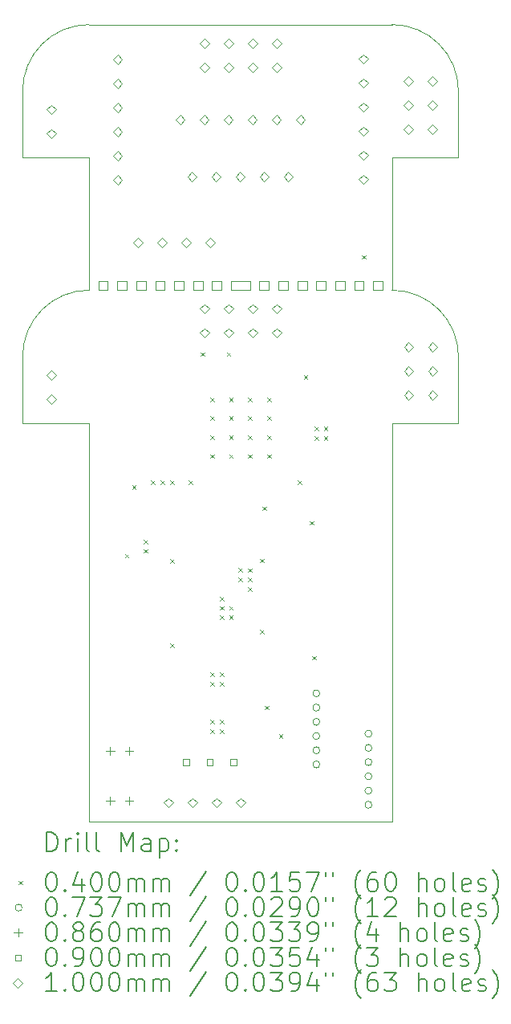
<source format=gbr>
%TF.GenerationSoftware,KiCad,Pcbnew,7.0.9*%
%TF.CreationDate,2024-02-08T13:36:01-08:00*%
%TF.ProjectId,micromouse,6d696372-6f6d-46f7-9573-652e6b696361,rev?*%
%TF.SameCoordinates,Original*%
%TF.FileFunction,Drillmap*%
%TF.FilePolarity,Positive*%
%FSLAX45Y45*%
G04 Gerber Fmt 4.5, Leading zero omitted, Abs format (unit mm)*
G04 Created by KiCad (PCBNEW 7.0.9) date 2024-02-08 13:36:01*
%MOMM*%
%LPD*%
G01*
G04 APERTURE LIST*
%ADD10C,0.100000*%
%ADD11C,0.200000*%
G04 APERTURE END LIST*
D10*
X13600000Y-8500000D02*
X13700000Y-8500000D01*
X13800000Y-8400000D02*
X13800000Y-8500000D01*
X13700000Y-8400000D02*
X13700000Y-8500000D01*
X17000000Y-6400000D02*
G75*
G03*
X16300000Y-5700000I-700000J0D01*
G01*
X13100000Y-5700000D02*
X16300000Y-5700000D01*
X16200000Y-8400000D02*
X16100000Y-8400000D01*
X16000000Y-8400000D02*
X16000000Y-8500000D01*
X12400000Y-7100000D02*
X12400000Y-6400000D01*
X15100000Y-8500000D02*
X15200000Y-8500000D01*
X15700000Y-8400000D02*
X15700000Y-8500000D01*
X14500000Y-8400000D02*
X14400000Y-8400000D01*
X15100000Y-8400000D02*
X15100000Y-8500000D01*
X14000000Y-8500000D02*
X14100000Y-8500000D01*
X14800000Y-8500000D02*
X14800000Y-8400000D01*
X14600000Y-8400000D02*
X14600000Y-8500000D01*
X13300000Y-8400000D02*
X13200000Y-8400000D01*
X13400000Y-8400000D02*
X13400000Y-8500000D01*
X13200000Y-8500000D02*
X13300000Y-8500000D01*
X13900000Y-8400000D02*
X13900000Y-8500000D01*
X14100000Y-8400000D02*
X14100000Y-8500000D01*
X15800000Y-8400000D02*
X15700000Y-8400000D01*
X14300000Y-8400000D02*
X14300000Y-8500000D01*
X13100000Y-8500000D02*
G75*
G03*
X12400000Y-9200000I0J-700000D01*
G01*
X16300000Y-8500000D02*
X16300000Y-7100000D01*
X15000000Y-8400000D02*
X14900000Y-8400000D01*
X14200000Y-8500000D02*
X14300000Y-8500000D01*
X13600000Y-8500000D02*
X13600000Y-8400000D01*
X15400000Y-8400000D02*
X15300000Y-8400000D01*
X15200000Y-8400000D02*
X15200000Y-8500000D01*
X12400000Y-9900000D02*
X13100000Y-9900000D01*
X13400000Y-8500000D02*
X13500000Y-8500000D01*
X15000000Y-8400000D02*
X15000000Y-8500000D01*
X15700000Y-8500000D02*
X15800000Y-8500000D01*
X14900000Y-8500000D02*
X15000000Y-8500000D01*
X15500000Y-8500000D02*
X15600000Y-8500000D01*
X13800000Y-8500000D02*
X13900000Y-8500000D01*
X12400000Y-7100000D02*
X13100000Y-7100000D01*
X14400000Y-8500000D02*
X14500000Y-8500000D01*
X14500000Y-8400000D02*
X14500000Y-8500000D01*
X15800000Y-8400000D02*
X15800000Y-8500000D01*
X15400000Y-8400000D02*
X15400000Y-8500000D01*
X13200000Y-8400000D02*
X13200000Y-8500000D01*
X13100000Y-14100000D02*
X16300000Y-14100000D01*
X15900000Y-8400000D02*
X15900000Y-8500000D01*
X14600000Y-8500000D02*
X14800000Y-8500000D01*
X15300000Y-8500000D02*
X15400000Y-8500000D01*
X16000000Y-8400000D02*
X15900000Y-8400000D01*
X13500000Y-8500000D02*
X13500000Y-8400000D01*
X15600000Y-8400000D02*
X15600000Y-8500000D01*
X14400000Y-8400000D02*
X14400000Y-8500000D01*
X14000000Y-8400000D02*
X14000000Y-8500000D01*
X13300000Y-8500000D02*
X13300000Y-8400000D01*
X14800000Y-8400000D02*
X14600000Y-8400000D01*
X13900000Y-8400000D02*
X13800000Y-8400000D01*
X16200000Y-8400000D02*
X16200000Y-8500000D01*
X13100000Y-14100000D02*
X13100000Y-9900000D01*
X16100000Y-8400000D02*
X16100000Y-8500000D01*
X17000000Y-9900000D02*
X17000000Y-9200000D01*
X15300000Y-8400000D02*
X15300000Y-8500000D01*
X14300000Y-8400000D02*
X14200000Y-8400000D01*
X15200000Y-8400000D02*
X15100000Y-8400000D01*
X13500000Y-8400000D02*
X13400000Y-8400000D01*
X17000000Y-7100000D02*
X17000000Y-6400000D01*
X14100000Y-8400000D02*
X14000000Y-8400000D01*
X13100000Y-7100000D02*
X13100000Y-8500000D01*
X17000000Y-9900000D02*
X16300000Y-9900000D01*
X16300000Y-9900000D02*
X16300000Y-14100000D01*
X16100000Y-8500000D02*
X16200000Y-8500000D01*
X15500000Y-8500000D02*
X15500000Y-8400000D01*
X12400000Y-9900000D02*
X12400000Y-9200000D01*
X17000000Y-9200000D02*
G75*
G03*
X16300000Y-8500000I-700000J0D01*
G01*
X17000000Y-7100000D02*
X16300000Y-7100000D01*
X15900000Y-8500000D02*
X16000000Y-8500000D01*
X15600000Y-8400000D02*
X15500000Y-8400000D01*
X14900000Y-8400000D02*
X14900000Y-8500000D01*
X13100000Y-5700000D02*
G75*
G03*
X12400000Y-6400000I0J-700000D01*
G01*
X13700000Y-8400000D02*
X13600000Y-8400000D01*
X14200000Y-8400000D02*
X14200000Y-8500000D01*
D11*
D10*
X13480000Y-11280000D02*
X13520000Y-11320000D01*
X13520000Y-11280000D02*
X13480000Y-11320000D01*
X13555000Y-10555000D02*
X13595000Y-10595000D01*
X13595000Y-10555000D02*
X13555000Y-10595000D01*
X13680000Y-11130000D02*
X13720000Y-11170000D01*
X13720000Y-11130000D02*
X13680000Y-11170000D01*
X13680000Y-11230000D02*
X13720000Y-11270000D01*
X13720000Y-11230000D02*
X13680000Y-11270000D01*
X13755000Y-10505000D02*
X13795000Y-10545000D01*
X13795000Y-10505000D02*
X13755000Y-10545000D01*
X13855000Y-10505000D02*
X13895000Y-10545000D01*
X13895000Y-10505000D02*
X13855000Y-10545000D01*
X13955000Y-10505000D02*
X13995000Y-10545000D01*
X13995000Y-10505000D02*
X13955000Y-10545000D01*
X13955000Y-11335500D02*
X13995000Y-11375500D01*
X13995000Y-11335500D02*
X13955000Y-11375500D01*
X13955000Y-12224500D02*
X13995000Y-12264500D01*
X13995000Y-12224500D02*
X13955000Y-12264500D01*
X14155000Y-10505000D02*
X14195000Y-10545000D01*
X14195000Y-10505000D02*
X14155000Y-10545000D01*
X14277650Y-9155000D02*
X14317650Y-9195000D01*
X14317650Y-9155000D02*
X14277650Y-9195000D01*
X14380000Y-9630000D02*
X14420000Y-9670000D01*
X14420000Y-9630000D02*
X14380000Y-9670000D01*
X14380000Y-9830000D02*
X14420000Y-9870000D01*
X14420000Y-9830000D02*
X14380000Y-9870000D01*
X14380000Y-10030000D02*
X14420000Y-10070000D01*
X14420000Y-10030000D02*
X14380000Y-10070000D01*
X14380000Y-10230000D02*
X14420000Y-10270000D01*
X14420000Y-10230000D02*
X14380000Y-10270000D01*
X14380000Y-12530000D02*
X14420000Y-12570000D01*
X14420000Y-12530000D02*
X14380000Y-12570000D01*
X14380000Y-12630000D02*
X14420000Y-12670000D01*
X14420000Y-12630000D02*
X14380000Y-12670000D01*
X14380000Y-13030000D02*
X14420000Y-13070000D01*
X14420000Y-13030000D02*
X14380000Y-13070000D01*
X14380000Y-13130000D02*
X14420000Y-13170000D01*
X14420000Y-13130000D02*
X14380000Y-13170000D01*
X14480000Y-11730000D02*
X14520000Y-11770000D01*
X14520000Y-11730000D02*
X14480000Y-11770000D01*
X14480000Y-11830000D02*
X14520000Y-11870000D01*
X14520000Y-11830000D02*
X14480000Y-11870000D01*
X14480000Y-11930000D02*
X14520000Y-11970000D01*
X14520000Y-11930000D02*
X14480000Y-11970000D01*
X14480000Y-12530000D02*
X14520000Y-12570000D01*
X14520000Y-12530000D02*
X14480000Y-12570000D01*
X14480000Y-12630000D02*
X14520000Y-12670000D01*
X14520000Y-12630000D02*
X14480000Y-12670000D01*
X14480000Y-13030000D02*
X14520000Y-13070000D01*
X14520000Y-13030000D02*
X14480000Y-13070000D01*
X14480000Y-13130000D02*
X14520000Y-13170000D01*
X14520000Y-13130000D02*
X14480000Y-13170000D01*
X14555000Y-9155000D02*
X14595000Y-9195000D01*
X14595000Y-9155000D02*
X14555000Y-9195000D01*
X14580000Y-9630000D02*
X14620000Y-9670000D01*
X14620000Y-9630000D02*
X14580000Y-9670000D01*
X14580000Y-9830000D02*
X14620000Y-9870000D01*
X14620000Y-9830000D02*
X14580000Y-9870000D01*
X14580000Y-10030000D02*
X14620000Y-10070000D01*
X14620000Y-10030000D02*
X14580000Y-10070000D01*
X14580000Y-10230000D02*
X14620000Y-10270000D01*
X14620000Y-10230000D02*
X14580000Y-10270000D01*
X14580000Y-11830000D02*
X14620000Y-11870000D01*
X14620000Y-11830000D02*
X14580000Y-11870000D01*
X14580000Y-11930000D02*
X14620000Y-11970000D01*
X14620000Y-11930000D02*
X14580000Y-11970000D01*
X14680000Y-11430000D02*
X14720000Y-11470000D01*
X14720000Y-11430000D02*
X14680000Y-11470000D01*
X14680000Y-11530000D02*
X14720000Y-11570000D01*
X14720000Y-11530000D02*
X14680000Y-11570000D01*
X14778770Y-11431230D02*
X14818770Y-11471230D01*
X14818770Y-11431230D02*
X14778770Y-11471230D01*
X14780000Y-9630000D02*
X14820000Y-9670000D01*
X14820000Y-9630000D02*
X14780000Y-9670000D01*
X14780000Y-9830000D02*
X14820000Y-9870000D01*
X14820000Y-9830000D02*
X14780000Y-9870000D01*
X14780000Y-10030000D02*
X14820000Y-10070000D01*
X14820000Y-10030000D02*
X14780000Y-10070000D01*
X14780000Y-10230000D02*
X14820000Y-10270000D01*
X14820000Y-10230000D02*
X14780000Y-10270000D01*
X14780000Y-11530000D02*
X14820000Y-11570000D01*
X14820000Y-11530000D02*
X14780000Y-11570000D01*
X14780000Y-11630000D02*
X14820000Y-11670000D01*
X14820000Y-11630000D02*
X14780000Y-11670000D01*
X14905000Y-11330000D02*
X14945000Y-11370000D01*
X14945000Y-11330000D02*
X14905000Y-11370000D01*
X14905000Y-12080000D02*
X14945000Y-12120000D01*
X14945000Y-12080000D02*
X14905000Y-12120000D01*
X14930000Y-10780000D02*
X14970000Y-10820000D01*
X14970000Y-10780000D02*
X14930000Y-10820000D01*
X14955000Y-12880000D02*
X14995000Y-12920000D01*
X14995000Y-12880000D02*
X14955000Y-12920000D01*
X14980000Y-9630000D02*
X15020000Y-9670000D01*
X15020000Y-9630000D02*
X14980000Y-9670000D01*
X14980000Y-9830000D02*
X15020000Y-9870000D01*
X15020000Y-9830000D02*
X14980000Y-9870000D01*
X14980000Y-10030000D02*
X15020000Y-10070000D01*
X15020000Y-10030000D02*
X14980000Y-10070000D01*
X14980000Y-10230000D02*
X15020000Y-10270000D01*
X15020000Y-10230000D02*
X14980000Y-10270000D01*
X15105000Y-13180000D02*
X15145000Y-13220000D01*
X15145000Y-13180000D02*
X15105000Y-13220000D01*
X15305000Y-10505000D02*
X15345000Y-10545000D01*
X15345000Y-10505000D02*
X15305000Y-10545000D01*
X15368125Y-9393125D02*
X15408125Y-9433125D01*
X15408125Y-9393125D02*
X15368125Y-9433125D01*
X15430000Y-10932500D02*
X15470000Y-10972500D01*
X15470000Y-10932500D02*
X15430000Y-10972500D01*
X15455000Y-12355000D02*
X15495000Y-12395000D01*
X15495000Y-12355000D02*
X15455000Y-12395000D01*
X15480000Y-9940000D02*
X15520000Y-9980000D01*
X15520000Y-9940000D02*
X15480000Y-9980000D01*
X15480062Y-10039950D02*
X15520062Y-10079950D01*
X15520062Y-10039950D02*
X15480062Y-10079950D01*
X15580000Y-9940000D02*
X15620000Y-9980000D01*
X15620000Y-9940000D02*
X15580000Y-9980000D01*
X15580000Y-10039950D02*
X15620000Y-10079950D01*
X15620000Y-10039950D02*
X15580000Y-10079950D01*
X15980000Y-8130000D02*
X16020000Y-8170000D01*
X16020000Y-8130000D02*
X15980000Y-8170000D01*
X15536830Y-12750000D02*
G75*
G03*
X15536830Y-12750000I-36830J0D01*
G01*
X15536830Y-12900000D02*
G75*
G03*
X15536830Y-12900000I-36830J0D01*
G01*
X15536830Y-13050000D02*
G75*
G03*
X15536830Y-13050000I-36830J0D01*
G01*
X15536830Y-13200000D02*
G75*
G03*
X15536830Y-13200000I-36830J0D01*
G01*
X15536830Y-13350000D02*
G75*
G03*
X15536830Y-13350000I-36830J0D01*
G01*
X15536830Y-13500000D02*
G75*
G03*
X15536830Y-13500000I-36830J0D01*
G01*
X16086830Y-13175000D02*
G75*
G03*
X16086830Y-13175000I-36830J0D01*
G01*
X16086830Y-13325000D02*
G75*
G03*
X16086830Y-13325000I-36830J0D01*
G01*
X16086830Y-13475000D02*
G75*
G03*
X16086830Y-13475000I-36830J0D01*
G01*
X16086830Y-13625000D02*
G75*
G03*
X16086830Y-13625000I-36830J0D01*
G01*
X16086830Y-13775000D02*
G75*
G03*
X16086830Y-13775000I-36830J0D01*
G01*
X16086830Y-13925000D02*
G75*
G03*
X16086830Y-13925000I-36830J0D01*
G01*
X13325000Y-13312000D02*
X13325000Y-13398000D01*
X13282000Y-13355000D02*
X13368000Y-13355000D01*
X13325000Y-13837000D02*
X13325000Y-13923000D01*
X13282000Y-13880000D02*
X13368000Y-13880000D01*
X13525000Y-13312000D02*
X13525000Y-13398000D01*
X13482000Y-13355000D02*
X13568000Y-13355000D01*
X13525000Y-13837000D02*
X13525000Y-13923000D01*
X13482000Y-13880000D02*
X13568000Y-13880000D01*
X14156820Y-13506820D02*
X14156820Y-13443180D01*
X14093180Y-13443180D01*
X14093180Y-13506820D01*
X14156820Y-13506820D01*
X14406820Y-13506820D02*
X14406820Y-13443180D01*
X14343180Y-13443180D01*
X14343180Y-13506820D01*
X14406820Y-13506820D01*
X14656820Y-13506820D02*
X14656820Y-13443180D01*
X14593180Y-13443180D01*
X14593180Y-13506820D01*
X14656820Y-13506820D01*
X12700000Y-6646000D02*
X12750000Y-6596000D01*
X12700000Y-6546000D01*
X12650000Y-6596000D01*
X12700000Y-6646000D01*
X12700000Y-6900000D02*
X12750000Y-6850000D01*
X12700000Y-6800000D01*
X12650000Y-6850000D01*
X12700000Y-6900000D01*
X12700000Y-9446000D02*
X12750000Y-9396000D01*
X12700000Y-9346000D01*
X12650000Y-9396000D01*
X12700000Y-9446000D01*
X12700000Y-9700000D02*
X12750000Y-9650000D01*
X12700000Y-9600000D01*
X12650000Y-9650000D01*
X12700000Y-9700000D01*
X13402500Y-6117500D02*
X13452500Y-6067500D01*
X13402500Y-6017500D01*
X13352500Y-6067500D01*
X13402500Y-6117500D01*
X13402500Y-6371500D02*
X13452500Y-6321500D01*
X13402500Y-6271500D01*
X13352500Y-6321500D01*
X13402500Y-6371500D01*
X13402500Y-6625500D02*
X13452500Y-6575500D01*
X13402500Y-6525500D01*
X13352500Y-6575500D01*
X13402500Y-6625500D01*
X13402500Y-6879500D02*
X13452500Y-6829500D01*
X13402500Y-6779500D01*
X13352500Y-6829500D01*
X13402500Y-6879500D01*
X13402500Y-7133500D02*
X13452500Y-7083500D01*
X13402500Y-7033500D01*
X13352500Y-7083500D01*
X13402500Y-7133500D01*
X13402500Y-7387500D02*
X13452500Y-7337500D01*
X13402500Y-7287500D01*
X13352500Y-7337500D01*
X13402500Y-7387500D01*
X13620000Y-8047500D02*
X13670000Y-7997500D01*
X13620000Y-7947500D01*
X13570000Y-7997500D01*
X13620000Y-8047500D01*
X13874000Y-8047500D02*
X13924000Y-7997500D01*
X13874000Y-7947500D01*
X13824000Y-7997500D01*
X13874000Y-8047500D01*
X13938000Y-13952500D02*
X13988000Y-13902500D01*
X13938000Y-13852500D01*
X13888000Y-13902500D01*
X13938000Y-13952500D01*
X14062500Y-6752500D02*
X14112500Y-6702500D01*
X14062500Y-6652500D01*
X14012500Y-6702500D01*
X14062500Y-6752500D01*
X14128000Y-8047500D02*
X14178000Y-7997500D01*
X14128000Y-7947500D01*
X14078000Y-7997500D01*
X14128000Y-8047500D01*
X14189000Y-7352500D02*
X14239000Y-7302500D01*
X14189000Y-7252500D01*
X14139000Y-7302500D01*
X14189000Y-7352500D01*
X14192000Y-13952500D02*
X14242000Y-13902500D01*
X14192000Y-13852500D01*
X14142000Y-13902500D01*
X14192000Y-13952500D01*
X14316500Y-6752500D02*
X14366500Y-6702500D01*
X14316500Y-6652500D01*
X14266500Y-6702500D01*
X14316500Y-6752500D01*
X14320000Y-5947500D02*
X14370000Y-5897500D01*
X14320000Y-5847500D01*
X14270000Y-5897500D01*
X14320000Y-5947500D01*
X14320000Y-6201500D02*
X14370000Y-6151500D01*
X14320000Y-6101500D01*
X14270000Y-6151500D01*
X14320000Y-6201500D01*
X14320000Y-8746000D02*
X14370000Y-8696000D01*
X14320000Y-8646000D01*
X14270000Y-8696000D01*
X14320000Y-8746000D01*
X14320000Y-9000000D02*
X14370000Y-8950000D01*
X14320000Y-8900000D01*
X14270000Y-8950000D01*
X14320000Y-9000000D01*
X14382000Y-8047500D02*
X14432000Y-7997500D01*
X14382000Y-7947500D01*
X14332000Y-7997500D01*
X14382000Y-8047500D01*
X14443000Y-7352500D02*
X14493000Y-7302500D01*
X14443000Y-7252500D01*
X14393000Y-7302500D01*
X14443000Y-7352500D01*
X14446000Y-13952500D02*
X14496000Y-13902500D01*
X14446000Y-13852500D01*
X14396000Y-13902500D01*
X14446000Y-13952500D01*
X14570500Y-6752500D02*
X14620500Y-6702500D01*
X14570500Y-6652500D01*
X14520500Y-6702500D01*
X14570500Y-6752500D01*
X14574000Y-5947500D02*
X14624000Y-5897500D01*
X14574000Y-5847500D01*
X14524000Y-5897500D01*
X14574000Y-5947500D01*
X14574000Y-6201500D02*
X14624000Y-6151500D01*
X14574000Y-6101500D01*
X14524000Y-6151500D01*
X14574000Y-6201500D01*
X14574000Y-8746000D02*
X14624000Y-8696000D01*
X14574000Y-8646000D01*
X14524000Y-8696000D01*
X14574000Y-8746000D01*
X14574000Y-9000000D02*
X14624000Y-8950000D01*
X14574000Y-8900000D01*
X14524000Y-8950000D01*
X14574000Y-9000000D01*
X14697000Y-7352500D02*
X14747000Y-7302500D01*
X14697000Y-7252500D01*
X14647000Y-7302500D01*
X14697000Y-7352500D01*
X14700000Y-13952500D02*
X14750000Y-13902500D01*
X14700000Y-13852500D01*
X14650000Y-13902500D01*
X14700000Y-13952500D01*
X14824500Y-6752500D02*
X14874500Y-6702500D01*
X14824500Y-6652500D01*
X14774500Y-6702500D01*
X14824500Y-6752500D01*
X14828000Y-5947500D02*
X14878000Y-5897500D01*
X14828000Y-5847500D01*
X14778000Y-5897500D01*
X14828000Y-5947500D01*
X14828000Y-6201500D02*
X14878000Y-6151500D01*
X14828000Y-6101500D01*
X14778000Y-6151500D01*
X14828000Y-6201500D01*
X14828000Y-8746000D02*
X14878000Y-8696000D01*
X14828000Y-8646000D01*
X14778000Y-8696000D01*
X14828000Y-8746000D01*
X14828000Y-9000000D02*
X14878000Y-8950000D01*
X14828000Y-8900000D01*
X14778000Y-8950000D01*
X14828000Y-9000000D01*
X14951000Y-7352500D02*
X15001000Y-7302500D01*
X14951000Y-7252500D01*
X14901000Y-7302500D01*
X14951000Y-7352500D01*
X15078500Y-6752500D02*
X15128500Y-6702500D01*
X15078500Y-6652500D01*
X15028500Y-6702500D01*
X15078500Y-6752500D01*
X15082000Y-5947500D02*
X15132000Y-5897500D01*
X15082000Y-5847500D01*
X15032000Y-5897500D01*
X15082000Y-5947500D01*
X15082000Y-6201500D02*
X15132000Y-6151500D01*
X15082000Y-6101500D01*
X15032000Y-6151500D01*
X15082000Y-6201500D01*
X15082000Y-8746000D02*
X15132000Y-8696000D01*
X15082000Y-8646000D01*
X15032000Y-8696000D01*
X15082000Y-8746000D01*
X15082000Y-9000000D02*
X15132000Y-8950000D01*
X15082000Y-8900000D01*
X15032000Y-8950000D01*
X15082000Y-9000000D01*
X15205000Y-7352500D02*
X15255000Y-7302500D01*
X15205000Y-7252500D01*
X15155000Y-7302500D01*
X15205000Y-7352500D01*
X15332500Y-6752500D02*
X15382500Y-6702500D01*
X15332500Y-6652500D01*
X15282500Y-6702500D01*
X15332500Y-6752500D01*
X15997500Y-6112500D02*
X16047500Y-6062500D01*
X15997500Y-6012500D01*
X15947500Y-6062500D01*
X15997500Y-6112500D01*
X15997500Y-6366500D02*
X16047500Y-6316500D01*
X15997500Y-6266500D01*
X15947500Y-6316500D01*
X15997500Y-6366500D01*
X15997500Y-6620500D02*
X16047500Y-6570500D01*
X15997500Y-6520500D01*
X15947500Y-6570500D01*
X15997500Y-6620500D01*
X15997500Y-6874500D02*
X16047500Y-6824500D01*
X15997500Y-6774500D01*
X15947500Y-6824500D01*
X15997500Y-6874500D01*
X15997500Y-7128500D02*
X16047500Y-7078500D01*
X15997500Y-7028500D01*
X15947500Y-7078500D01*
X15997500Y-7128500D01*
X15997500Y-7382500D02*
X16047500Y-7332500D01*
X15997500Y-7282500D01*
X15947500Y-7332500D01*
X15997500Y-7382500D01*
X16473500Y-6347500D02*
X16523500Y-6297500D01*
X16473500Y-6247500D01*
X16423500Y-6297500D01*
X16473500Y-6347500D01*
X16473500Y-6601500D02*
X16523500Y-6551500D01*
X16473500Y-6501500D01*
X16423500Y-6551500D01*
X16473500Y-6601500D01*
X16473500Y-6855500D02*
X16523500Y-6805500D01*
X16473500Y-6755500D01*
X16423500Y-6805500D01*
X16473500Y-6855500D01*
X16475000Y-9147500D02*
X16525000Y-9097500D01*
X16475000Y-9047500D01*
X16425000Y-9097500D01*
X16475000Y-9147500D01*
X16475000Y-9401500D02*
X16525000Y-9351500D01*
X16475000Y-9301500D01*
X16425000Y-9351500D01*
X16475000Y-9401500D01*
X16475000Y-9655500D02*
X16525000Y-9605500D01*
X16475000Y-9555500D01*
X16425000Y-9605500D01*
X16475000Y-9655500D01*
X16727500Y-6347500D02*
X16777500Y-6297500D01*
X16727500Y-6247500D01*
X16677500Y-6297500D01*
X16727500Y-6347500D01*
X16727500Y-6601500D02*
X16777500Y-6551500D01*
X16727500Y-6501500D01*
X16677500Y-6551500D01*
X16727500Y-6601500D01*
X16727500Y-6855500D02*
X16777500Y-6805500D01*
X16727500Y-6755500D01*
X16677500Y-6805500D01*
X16727500Y-6855500D01*
X16729000Y-9147500D02*
X16779000Y-9097500D01*
X16729000Y-9047500D01*
X16679000Y-9097500D01*
X16729000Y-9147500D01*
X16729000Y-9401500D02*
X16779000Y-9351500D01*
X16729000Y-9301500D01*
X16679000Y-9351500D01*
X16729000Y-9401500D01*
X16729000Y-9655500D02*
X16779000Y-9605500D01*
X16729000Y-9555500D01*
X16679000Y-9605500D01*
X16729000Y-9655500D01*
D11*
X12655777Y-14416484D02*
X12655777Y-14216484D01*
X12655777Y-14216484D02*
X12703396Y-14216484D01*
X12703396Y-14216484D02*
X12731967Y-14226008D01*
X12731967Y-14226008D02*
X12751015Y-14245055D01*
X12751015Y-14245055D02*
X12760538Y-14264103D01*
X12760538Y-14264103D02*
X12770062Y-14302198D01*
X12770062Y-14302198D02*
X12770062Y-14330769D01*
X12770062Y-14330769D02*
X12760538Y-14368865D01*
X12760538Y-14368865D02*
X12751015Y-14387912D01*
X12751015Y-14387912D02*
X12731967Y-14406960D01*
X12731967Y-14406960D02*
X12703396Y-14416484D01*
X12703396Y-14416484D02*
X12655777Y-14416484D01*
X12855777Y-14416484D02*
X12855777Y-14283150D01*
X12855777Y-14321246D02*
X12865300Y-14302198D01*
X12865300Y-14302198D02*
X12874824Y-14292674D01*
X12874824Y-14292674D02*
X12893872Y-14283150D01*
X12893872Y-14283150D02*
X12912919Y-14283150D01*
X12979586Y-14416484D02*
X12979586Y-14283150D01*
X12979586Y-14216484D02*
X12970062Y-14226008D01*
X12970062Y-14226008D02*
X12979586Y-14235531D01*
X12979586Y-14235531D02*
X12989110Y-14226008D01*
X12989110Y-14226008D02*
X12979586Y-14216484D01*
X12979586Y-14216484D02*
X12979586Y-14235531D01*
X13103396Y-14416484D02*
X13084348Y-14406960D01*
X13084348Y-14406960D02*
X13074824Y-14387912D01*
X13074824Y-14387912D02*
X13074824Y-14216484D01*
X13208157Y-14416484D02*
X13189110Y-14406960D01*
X13189110Y-14406960D02*
X13179586Y-14387912D01*
X13179586Y-14387912D02*
X13179586Y-14216484D01*
X13436729Y-14416484D02*
X13436729Y-14216484D01*
X13436729Y-14216484D02*
X13503396Y-14359341D01*
X13503396Y-14359341D02*
X13570062Y-14216484D01*
X13570062Y-14216484D02*
X13570062Y-14416484D01*
X13751015Y-14416484D02*
X13751015Y-14311722D01*
X13751015Y-14311722D02*
X13741491Y-14292674D01*
X13741491Y-14292674D02*
X13722443Y-14283150D01*
X13722443Y-14283150D02*
X13684348Y-14283150D01*
X13684348Y-14283150D02*
X13665300Y-14292674D01*
X13751015Y-14406960D02*
X13731967Y-14416484D01*
X13731967Y-14416484D02*
X13684348Y-14416484D01*
X13684348Y-14416484D02*
X13665300Y-14406960D01*
X13665300Y-14406960D02*
X13655777Y-14387912D01*
X13655777Y-14387912D02*
X13655777Y-14368865D01*
X13655777Y-14368865D02*
X13665300Y-14349817D01*
X13665300Y-14349817D02*
X13684348Y-14340293D01*
X13684348Y-14340293D02*
X13731967Y-14340293D01*
X13731967Y-14340293D02*
X13751015Y-14330769D01*
X13846253Y-14283150D02*
X13846253Y-14483150D01*
X13846253Y-14292674D02*
X13865300Y-14283150D01*
X13865300Y-14283150D02*
X13903396Y-14283150D01*
X13903396Y-14283150D02*
X13922443Y-14292674D01*
X13922443Y-14292674D02*
X13931967Y-14302198D01*
X13931967Y-14302198D02*
X13941491Y-14321246D01*
X13941491Y-14321246D02*
X13941491Y-14378388D01*
X13941491Y-14378388D02*
X13931967Y-14397436D01*
X13931967Y-14397436D02*
X13922443Y-14406960D01*
X13922443Y-14406960D02*
X13903396Y-14416484D01*
X13903396Y-14416484D02*
X13865300Y-14416484D01*
X13865300Y-14416484D02*
X13846253Y-14406960D01*
X14027205Y-14397436D02*
X14036729Y-14406960D01*
X14036729Y-14406960D02*
X14027205Y-14416484D01*
X14027205Y-14416484D02*
X14017681Y-14406960D01*
X14017681Y-14406960D02*
X14027205Y-14397436D01*
X14027205Y-14397436D02*
X14027205Y-14416484D01*
X14027205Y-14292674D02*
X14036729Y-14302198D01*
X14036729Y-14302198D02*
X14027205Y-14311722D01*
X14027205Y-14311722D02*
X14017681Y-14302198D01*
X14017681Y-14302198D02*
X14027205Y-14292674D01*
X14027205Y-14292674D02*
X14027205Y-14311722D01*
D10*
X12355000Y-14725000D02*
X12395000Y-14765000D01*
X12395000Y-14725000D02*
X12355000Y-14765000D01*
D11*
X12693872Y-14636484D02*
X12712919Y-14636484D01*
X12712919Y-14636484D02*
X12731967Y-14646008D01*
X12731967Y-14646008D02*
X12741491Y-14655531D01*
X12741491Y-14655531D02*
X12751015Y-14674579D01*
X12751015Y-14674579D02*
X12760538Y-14712674D01*
X12760538Y-14712674D02*
X12760538Y-14760293D01*
X12760538Y-14760293D02*
X12751015Y-14798388D01*
X12751015Y-14798388D02*
X12741491Y-14817436D01*
X12741491Y-14817436D02*
X12731967Y-14826960D01*
X12731967Y-14826960D02*
X12712919Y-14836484D01*
X12712919Y-14836484D02*
X12693872Y-14836484D01*
X12693872Y-14836484D02*
X12674824Y-14826960D01*
X12674824Y-14826960D02*
X12665300Y-14817436D01*
X12665300Y-14817436D02*
X12655777Y-14798388D01*
X12655777Y-14798388D02*
X12646253Y-14760293D01*
X12646253Y-14760293D02*
X12646253Y-14712674D01*
X12646253Y-14712674D02*
X12655777Y-14674579D01*
X12655777Y-14674579D02*
X12665300Y-14655531D01*
X12665300Y-14655531D02*
X12674824Y-14646008D01*
X12674824Y-14646008D02*
X12693872Y-14636484D01*
X12846253Y-14817436D02*
X12855777Y-14826960D01*
X12855777Y-14826960D02*
X12846253Y-14836484D01*
X12846253Y-14836484D02*
X12836729Y-14826960D01*
X12836729Y-14826960D02*
X12846253Y-14817436D01*
X12846253Y-14817436D02*
X12846253Y-14836484D01*
X13027205Y-14703150D02*
X13027205Y-14836484D01*
X12979586Y-14626960D02*
X12931967Y-14769817D01*
X12931967Y-14769817D02*
X13055777Y-14769817D01*
X13170062Y-14636484D02*
X13189110Y-14636484D01*
X13189110Y-14636484D02*
X13208158Y-14646008D01*
X13208158Y-14646008D02*
X13217681Y-14655531D01*
X13217681Y-14655531D02*
X13227205Y-14674579D01*
X13227205Y-14674579D02*
X13236729Y-14712674D01*
X13236729Y-14712674D02*
X13236729Y-14760293D01*
X13236729Y-14760293D02*
X13227205Y-14798388D01*
X13227205Y-14798388D02*
X13217681Y-14817436D01*
X13217681Y-14817436D02*
X13208158Y-14826960D01*
X13208158Y-14826960D02*
X13189110Y-14836484D01*
X13189110Y-14836484D02*
X13170062Y-14836484D01*
X13170062Y-14836484D02*
X13151015Y-14826960D01*
X13151015Y-14826960D02*
X13141491Y-14817436D01*
X13141491Y-14817436D02*
X13131967Y-14798388D01*
X13131967Y-14798388D02*
X13122443Y-14760293D01*
X13122443Y-14760293D02*
X13122443Y-14712674D01*
X13122443Y-14712674D02*
X13131967Y-14674579D01*
X13131967Y-14674579D02*
X13141491Y-14655531D01*
X13141491Y-14655531D02*
X13151015Y-14646008D01*
X13151015Y-14646008D02*
X13170062Y-14636484D01*
X13360538Y-14636484D02*
X13379586Y-14636484D01*
X13379586Y-14636484D02*
X13398634Y-14646008D01*
X13398634Y-14646008D02*
X13408158Y-14655531D01*
X13408158Y-14655531D02*
X13417681Y-14674579D01*
X13417681Y-14674579D02*
X13427205Y-14712674D01*
X13427205Y-14712674D02*
X13427205Y-14760293D01*
X13427205Y-14760293D02*
X13417681Y-14798388D01*
X13417681Y-14798388D02*
X13408158Y-14817436D01*
X13408158Y-14817436D02*
X13398634Y-14826960D01*
X13398634Y-14826960D02*
X13379586Y-14836484D01*
X13379586Y-14836484D02*
X13360538Y-14836484D01*
X13360538Y-14836484D02*
X13341491Y-14826960D01*
X13341491Y-14826960D02*
X13331967Y-14817436D01*
X13331967Y-14817436D02*
X13322443Y-14798388D01*
X13322443Y-14798388D02*
X13312919Y-14760293D01*
X13312919Y-14760293D02*
X13312919Y-14712674D01*
X13312919Y-14712674D02*
X13322443Y-14674579D01*
X13322443Y-14674579D02*
X13331967Y-14655531D01*
X13331967Y-14655531D02*
X13341491Y-14646008D01*
X13341491Y-14646008D02*
X13360538Y-14636484D01*
X13512919Y-14836484D02*
X13512919Y-14703150D01*
X13512919Y-14722198D02*
X13522443Y-14712674D01*
X13522443Y-14712674D02*
X13541491Y-14703150D01*
X13541491Y-14703150D02*
X13570062Y-14703150D01*
X13570062Y-14703150D02*
X13589110Y-14712674D01*
X13589110Y-14712674D02*
X13598634Y-14731722D01*
X13598634Y-14731722D02*
X13598634Y-14836484D01*
X13598634Y-14731722D02*
X13608158Y-14712674D01*
X13608158Y-14712674D02*
X13627205Y-14703150D01*
X13627205Y-14703150D02*
X13655777Y-14703150D01*
X13655777Y-14703150D02*
X13674824Y-14712674D01*
X13674824Y-14712674D02*
X13684348Y-14731722D01*
X13684348Y-14731722D02*
X13684348Y-14836484D01*
X13779586Y-14836484D02*
X13779586Y-14703150D01*
X13779586Y-14722198D02*
X13789110Y-14712674D01*
X13789110Y-14712674D02*
X13808158Y-14703150D01*
X13808158Y-14703150D02*
X13836729Y-14703150D01*
X13836729Y-14703150D02*
X13855777Y-14712674D01*
X13855777Y-14712674D02*
X13865300Y-14731722D01*
X13865300Y-14731722D02*
X13865300Y-14836484D01*
X13865300Y-14731722D02*
X13874824Y-14712674D01*
X13874824Y-14712674D02*
X13893872Y-14703150D01*
X13893872Y-14703150D02*
X13922443Y-14703150D01*
X13922443Y-14703150D02*
X13941491Y-14712674D01*
X13941491Y-14712674D02*
X13951015Y-14731722D01*
X13951015Y-14731722D02*
X13951015Y-14836484D01*
X14341491Y-14626960D02*
X14170062Y-14884103D01*
X14598634Y-14636484D02*
X14617682Y-14636484D01*
X14617682Y-14636484D02*
X14636729Y-14646008D01*
X14636729Y-14646008D02*
X14646253Y-14655531D01*
X14646253Y-14655531D02*
X14655777Y-14674579D01*
X14655777Y-14674579D02*
X14665301Y-14712674D01*
X14665301Y-14712674D02*
X14665301Y-14760293D01*
X14665301Y-14760293D02*
X14655777Y-14798388D01*
X14655777Y-14798388D02*
X14646253Y-14817436D01*
X14646253Y-14817436D02*
X14636729Y-14826960D01*
X14636729Y-14826960D02*
X14617682Y-14836484D01*
X14617682Y-14836484D02*
X14598634Y-14836484D01*
X14598634Y-14836484D02*
X14579586Y-14826960D01*
X14579586Y-14826960D02*
X14570062Y-14817436D01*
X14570062Y-14817436D02*
X14560539Y-14798388D01*
X14560539Y-14798388D02*
X14551015Y-14760293D01*
X14551015Y-14760293D02*
X14551015Y-14712674D01*
X14551015Y-14712674D02*
X14560539Y-14674579D01*
X14560539Y-14674579D02*
X14570062Y-14655531D01*
X14570062Y-14655531D02*
X14579586Y-14646008D01*
X14579586Y-14646008D02*
X14598634Y-14636484D01*
X14751015Y-14817436D02*
X14760539Y-14826960D01*
X14760539Y-14826960D02*
X14751015Y-14836484D01*
X14751015Y-14836484D02*
X14741491Y-14826960D01*
X14741491Y-14826960D02*
X14751015Y-14817436D01*
X14751015Y-14817436D02*
X14751015Y-14836484D01*
X14884348Y-14636484D02*
X14903396Y-14636484D01*
X14903396Y-14636484D02*
X14922443Y-14646008D01*
X14922443Y-14646008D02*
X14931967Y-14655531D01*
X14931967Y-14655531D02*
X14941491Y-14674579D01*
X14941491Y-14674579D02*
X14951015Y-14712674D01*
X14951015Y-14712674D02*
X14951015Y-14760293D01*
X14951015Y-14760293D02*
X14941491Y-14798388D01*
X14941491Y-14798388D02*
X14931967Y-14817436D01*
X14931967Y-14817436D02*
X14922443Y-14826960D01*
X14922443Y-14826960D02*
X14903396Y-14836484D01*
X14903396Y-14836484D02*
X14884348Y-14836484D01*
X14884348Y-14836484D02*
X14865301Y-14826960D01*
X14865301Y-14826960D02*
X14855777Y-14817436D01*
X14855777Y-14817436D02*
X14846253Y-14798388D01*
X14846253Y-14798388D02*
X14836729Y-14760293D01*
X14836729Y-14760293D02*
X14836729Y-14712674D01*
X14836729Y-14712674D02*
X14846253Y-14674579D01*
X14846253Y-14674579D02*
X14855777Y-14655531D01*
X14855777Y-14655531D02*
X14865301Y-14646008D01*
X14865301Y-14646008D02*
X14884348Y-14636484D01*
X15141491Y-14836484D02*
X15027205Y-14836484D01*
X15084348Y-14836484D02*
X15084348Y-14636484D01*
X15084348Y-14636484D02*
X15065301Y-14665055D01*
X15065301Y-14665055D02*
X15046253Y-14684103D01*
X15046253Y-14684103D02*
X15027205Y-14693627D01*
X15322443Y-14636484D02*
X15227205Y-14636484D01*
X15227205Y-14636484D02*
X15217682Y-14731722D01*
X15217682Y-14731722D02*
X15227205Y-14722198D01*
X15227205Y-14722198D02*
X15246253Y-14712674D01*
X15246253Y-14712674D02*
X15293872Y-14712674D01*
X15293872Y-14712674D02*
X15312920Y-14722198D01*
X15312920Y-14722198D02*
X15322443Y-14731722D01*
X15322443Y-14731722D02*
X15331967Y-14750769D01*
X15331967Y-14750769D02*
X15331967Y-14798388D01*
X15331967Y-14798388D02*
X15322443Y-14817436D01*
X15322443Y-14817436D02*
X15312920Y-14826960D01*
X15312920Y-14826960D02*
X15293872Y-14836484D01*
X15293872Y-14836484D02*
X15246253Y-14836484D01*
X15246253Y-14836484D02*
X15227205Y-14826960D01*
X15227205Y-14826960D02*
X15217682Y-14817436D01*
X15398634Y-14636484D02*
X15531967Y-14636484D01*
X15531967Y-14636484D02*
X15446253Y-14836484D01*
X15598634Y-14636484D02*
X15598634Y-14674579D01*
X15674824Y-14636484D02*
X15674824Y-14674579D01*
X15970063Y-14912674D02*
X15960539Y-14903150D01*
X15960539Y-14903150D02*
X15941491Y-14874579D01*
X15941491Y-14874579D02*
X15931967Y-14855531D01*
X15931967Y-14855531D02*
X15922444Y-14826960D01*
X15922444Y-14826960D02*
X15912920Y-14779341D01*
X15912920Y-14779341D02*
X15912920Y-14741246D01*
X15912920Y-14741246D02*
X15922444Y-14693627D01*
X15922444Y-14693627D02*
X15931967Y-14665055D01*
X15931967Y-14665055D02*
X15941491Y-14646008D01*
X15941491Y-14646008D02*
X15960539Y-14617436D01*
X15960539Y-14617436D02*
X15970063Y-14607912D01*
X16131967Y-14636484D02*
X16093872Y-14636484D01*
X16093872Y-14636484D02*
X16074824Y-14646008D01*
X16074824Y-14646008D02*
X16065301Y-14655531D01*
X16065301Y-14655531D02*
X16046253Y-14684103D01*
X16046253Y-14684103D02*
X16036729Y-14722198D01*
X16036729Y-14722198D02*
X16036729Y-14798388D01*
X16036729Y-14798388D02*
X16046253Y-14817436D01*
X16046253Y-14817436D02*
X16055777Y-14826960D01*
X16055777Y-14826960D02*
X16074824Y-14836484D01*
X16074824Y-14836484D02*
X16112920Y-14836484D01*
X16112920Y-14836484D02*
X16131967Y-14826960D01*
X16131967Y-14826960D02*
X16141491Y-14817436D01*
X16141491Y-14817436D02*
X16151015Y-14798388D01*
X16151015Y-14798388D02*
X16151015Y-14750769D01*
X16151015Y-14750769D02*
X16141491Y-14731722D01*
X16141491Y-14731722D02*
X16131967Y-14722198D01*
X16131967Y-14722198D02*
X16112920Y-14712674D01*
X16112920Y-14712674D02*
X16074824Y-14712674D01*
X16074824Y-14712674D02*
X16055777Y-14722198D01*
X16055777Y-14722198D02*
X16046253Y-14731722D01*
X16046253Y-14731722D02*
X16036729Y-14750769D01*
X16274824Y-14636484D02*
X16293872Y-14636484D01*
X16293872Y-14636484D02*
X16312920Y-14646008D01*
X16312920Y-14646008D02*
X16322444Y-14655531D01*
X16322444Y-14655531D02*
X16331967Y-14674579D01*
X16331967Y-14674579D02*
X16341491Y-14712674D01*
X16341491Y-14712674D02*
X16341491Y-14760293D01*
X16341491Y-14760293D02*
X16331967Y-14798388D01*
X16331967Y-14798388D02*
X16322444Y-14817436D01*
X16322444Y-14817436D02*
X16312920Y-14826960D01*
X16312920Y-14826960D02*
X16293872Y-14836484D01*
X16293872Y-14836484D02*
X16274824Y-14836484D01*
X16274824Y-14836484D02*
X16255777Y-14826960D01*
X16255777Y-14826960D02*
X16246253Y-14817436D01*
X16246253Y-14817436D02*
X16236729Y-14798388D01*
X16236729Y-14798388D02*
X16227205Y-14760293D01*
X16227205Y-14760293D02*
X16227205Y-14712674D01*
X16227205Y-14712674D02*
X16236729Y-14674579D01*
X16236729Y-14674579D02*
X16246253Y-14655531D01*
X16246253Y-14655531D02*
X16255777Y-14646008D01*
X16255777Y-14646008D02*
X16274824Y-14636484D01*
X16579586Y-14836484D02*
X16579586Y-14636484D01*
X16665301Y-14836484D02*
X16665301Y-14731722D01*
X16665301Y-14731722D02*
X16655777Y-14712674D01*
X16655777Y-14712674D02*
X16636729Y-14703150D01*
X16636729Y-14703150D02*
X16608158Y-14703150D01*
X16608158Y-14703150D02*
X16589110Y-14712674D01*
X16589110Y-14712674D02*
X16579586Y-14722198D01*
X16789110Y-14836484D02*
X16770063Y-14826960D01*
X16770063Y-14826960D02*
X16760539Y-14817436D01*
X16760539Y-14817436D02*
X16751015Y-14798388D01*
X16751015Y-14798388D02*
X16751015Y-14741246D01*
X16751015Y-14741246D02*
X16760539Y-14722198D01*
X16760539Y-14722198D02*
X16770063Y-14712674D01*
X16770063Y-14712674D02*
X16789110Y-14703150D01*
X16789110Y-14703150D02*
X16817682Y-14703150D01*
X16817682Y-14703150D02*
X16836729Y-14712674D01*
X16836729Y-14712674D02*
X16846253Y-14722198D01*
X16846253Y-14722198D02*
X16855777Y-14741246D01*
X16855777Y-14741246D02*
X16855777Y-14798388D01*
X16855777Y-14798388D02*
X16846253Y-14817436D01*
X16846253Y-14817436D02*
X16836729Y-14826960D01*
X16836729Y-14826960D02*
X16817682Y-14836484D01*
X16817682Y-14836484D02*
X16789110Y-14836484D01*
X16970063Y-14836484D02*
X16951015Y-14826960D01*
X16951015Y-14826960D02*
X16941491Y-14807912D01*
X16941491Y-14807912D02*
X16941491Y-14636484D01*
X17122444Y-14826960D02*
X17103396Y-14836484D01*
X17103396Y-14836484D02*
X17065301Y-14836484D01*
X17065301Y-14836484D02*
X17046253Y-14826960D01*
X17046253Y-14826960D02*
X17036729Y-14807912D01*
X17036729Y-14807912D02*
X17036729Y-14731722D01*
X17036729Y-14731722D02*
X17046253Y-14712674D01*
X17046253Y-14712674D02*
X17065301Y-14703150D01*
X17065301Y-14703150D02*
X17103396Y-14703150D01*
X17103396Y-14703150D02*
X17122444Y-14712674D01*
X17122444Y-14712674D02*
X17131968Y-14731722D01*
X17131968Y-14731722D02*
X17131968Y-14750769D01*
X17131968Y-14750769D02*
X17036729Y-14769817D01*
X17208158Y-14826960D02*
X17227206Y-14836484D01*
X17227206Y-14836484D02*
X17265301Y-14836484D01*
X17265301Y-14836484D02*
X17284349Y-14826960D01*
X17284349Y-14826960D02*
X17293872Y-14807912D01*
X17293872Y-14807912D02*
X17293872Y-14798388D01*
X17293872Y-14798388D02*
X17284349Y-14779341D01*
X17284349Y-14779341D02*
X17265301Y-14769817D01*
X17265301Y-14769817D02*
X17236729Y-14769817D01*
X17236729Y-14769817D02*
X17217682Y-14760293D01*
X17217682Y-14760293D02*
X17208158Y-14741246D01*
X17208158Y-14741246D02*
X17208158Y-14731722D01*
X17208158Y-14731722D02*
X17217682Y-14712674D01*
X17217682Y-14712674D02*
X17236729Y-14703150D01*
X17236729Y-14703150D02*
X17265301Y-14703150D01*
X17265301Y-14703150D02*
X17284349Y-14712674D01*
X17360539Y-14912674D02*
X17370063Y-14903150D01*
X17370063Y-14903150D02*
X17389110Y-14874579D01*
X17389110Y-14874579D02*
X17398634Y-14855531D01*
X17398634Y-14855531D02*
X17408158Y-14826960D01*
X17408158Y-14826960D02*
X17417682Y-14779341D01*
X17417682Y-14779341D02*
X17417682Y-14741246D01*
X17417682Y-14741246D02*
X17408158Y-14693627D01*
X17408158Y-14693627D02*
X17398634Y-14665055D01*
X17398634Y-14665055D02*
X17389110Y-14646008D01*
X17389110Y-14646008D02*
X17370063Y-14617436D01*
X17370063Y-14617436D02*
X17360539Y-14607912D01*
D10*
X12395000Y-15009000D02*
G75*
G03*
X12395000Y-15009000I-36830J0D01*
G01*
D11*
X12693872Y-14900484D02*
X12712919Y-14900484D01*
X12712919Y-14900484D02*
X12731967Y-14910008D01*
X12731967Y-14910008D02*
X12741491Y-14919531D01*
X12741491Y-14919531D02*
X12751015Y-14938579D01*
X12751015Y-14938579D02*
X12760538Y-14976674D01*
X12760538Y-14976674D02*
X12760538Y-15024293D01*
X12760538Y-15024293D02*
X12751015Y-15062388D01*
X12751015Y-15062388D02*
X12741491Y-15081436D01*
X12741491Y-15081436D02*
X12731967Y-15090960D01*
X12731967Y-15090960D02*
X12712919Y-15100484D01*
X12712919Y-15100484D02*
X12693872Y-15100484D01*
X12693872Y-15100484D02*
X12674824Y-15090960D01*
X12674824Y-15090960D02*
X12665300Y-15081436D01*
X12665300Y-15081436D02*
X12655777Y-15062388D01*
X12655777Y-15062388D02*
X12646253Y-15024293D01*
X12646253Y-15024293D02*
X12646253Y-14976674D01*
X12646253Y-14976674D02*
X12655777Y-14938579D01*
X12655777Y-14938579D02*
X12665300Y-14919531D01*
X12665300Y-14919531D02*
X12674824Y-14910008D01*
X12674824Y-14910008D02*
X12693872Y-14900484D01*
X12846253Y-15081436D02*
X12855777Y-15090960D01*
X12855777Y-15090960D02*
X12846253Y-15100484D01*
X12846253Y-15100484D02*
X12836729Y-15090960D01*
X12836729Y-15090960D02*
X12846253Y-15081436D01*
X12846253Y-15081436D02*
X12846253Y-15100484D01*
X12922443Y-14900484D02*
X13055777Y-14900484D01*
X13055777Y-14900484D02*
X12970062Y-15100484D01*
X13112919Y-14900484D02*
X13236729Y-14900484D01*
X13236729Y-14900484D02*
X13170062Y-14976674D01*
X13170062Y-14976674D02*
X13198634Y-14976674D01*
X13198634Y-14976674D02*
X13217681Y-14986198D01*
X13217681Y-14986198D02*
X13227205Y-14995722D01*
X13227205Y-14995722D02*
X13236729Y-15014769D01*
X13236729Y-15014769D02*
X13236729Y-15062388D01*
X13236729Y-15062388D02*
X13227205Y-15081436D01*
X13227205Y-15081436D02*
X13217681Y-15090960D01*
X13217681Y-15090960D02*
X13198634Y-15100484D01*
X13198634Y-15100484D02*
X13141491Y-15100484D01*
X13141491Y-15100484D02*
X13122443Y-15090960D01*
X13122443Y-15090960D02*
X13112919Y-15081436D01*
X13303396Y-14900484D02*
X13436729Y-14900484D01*
X13436729Y-14900484D02*
X13351015Y-15100484D01*
X13512919Y-15100484D02*
X13512919Y-14967150D01*
X13512919Y-14986198D02*
X13522443Y-14976674D01*
X13522443Y-14976674D02*
X13541491Y-14967150D01*
X13541491Y-14967150D02*
X13570062Y-14967150D01*
X13570062Y-14967150D02*
X13589110Y-14976674D01*
X13589110Y-14976674D02*
X13598634Y-14995722D01*
X13598634Y-14995722D02*
X13598634Y-15100484D01*
X13598634Y-14995722D02*
X13608158Y-14976674D01*
X13608158Y-14976674D02*
X13627205Y-14967150D01*
X13627205Y-14967150D02*
X13655777Y-14967150D01*
X13655777Y-14967150D02*
X13674824Y-14976674D01*
X13674824Y-14976674D02*
X13684348Y-14995722D01*
X13684348Y-14995722D02*
X13684348Y-15100484D01*
X13779586Y-15100484D02*
X13779586Y-14967150D01*
X13779586Y-14986198D02*
X13789110Y-14976674D01*
X13789110Y-14976674D02*
X13808158Y-14967150D01*
X13808158Y-14967150D02*
X13836729Y-14967150D01*
X13836729Y-14967150D02*
X13855777Y-14976674D01*
X13855777Y-14976674D02*
X13865300Y-14995722D01*
X13865300Y-14995722D02*
X13865300Y-15100484D01*
X13865300Y-14995722D02*
X13874824Y-14976674D01*
X13874824Y-14976674D02*
X13893872Y-14967150D01*
X13893872Y-14967150D02*
X13922443Y-14967150D01*
X13922443Y-14967150D02*
X13941491Y-14976674D01*
X13941491Y-14976674D02*
X13951015Y-14995722D01*
X13951015Y-14995722D02*
X13951015Y-15100484D01*
X14341491Y-14890960D02*
X14170062Y-15148103D01*
X14598634Y-14900484D02*
X14617682Y-14900484D01*
X14617682Y-14900484D02*
X14636729Y-14910008D01*
X14636729Y-14910008D02*
X14646253Y-14919531D01*
X14646253Y-14919531D02*
X14655777Y-14938579D01*
X14655777Y-14938579D02*
X14665301Y-14976674D01*
X14665301Y-14976674D02*
X14665301Y-15024293D01*
X14665301Y-15024293D02*
X14655777Y-15062388D01*
X14655777Y-15062388D02*
X14646253Y-15081436D01*
X14646253Y-15081436D02*
X14636729Y-15090960D01*
X14636729Y-15090960D02*
X14617682Y-15100484D01*
X14617682Y-15100484D02*
X14598634Y-15100484D01*
X14598634Y-15100484D02*
X14579586Y-15090960D01*
X14579586Y-15090960D02*
X14570062Y-15081436D01*
X14570062Y-15081436D02*
X14560539Y-15062388D01*
X14560539Y-15062388D02*
X14551015Y-15024293D01*
X14551015Y-15024293D02*
X14551015Y-14976674D01*
X14551015Y-14976674D02*
X14560539Y-14938579D01*
X14560539Y-14938579D02*
X14570062Y-14919531D01*
X14570062Y-14919531D02*
X14579586Y-14910008D01*
X14579586Y-14910008D02*
X14598634Y-14900484D01*
X14751015Y-15081436D02*
X14760539Y-15090960D01*
X14760539Y-15090960D02*
X14751015Y-15100484D01*
X14751015Y-15100484D02*
X14741491Y-15090960D01*
X14741491Y-15090960D02*
X14751015Y-15081436D01*
X14751015Y-15081436D02*
X14751015Y-15100484D01*
X14884348Y-14900484D02*
X14903396Y-14900484D01*
X14903396Y-14900484D02*
X14922443Y-14910008D01*
X14922443Y-14910008D02*
X14931967Y-14919531D01*
X14931967Y-14919531D02*
X14941491Y-14938579D01*
X14941491Y-14938579D02*
X14951015Y-14976674D01*
X14951015Y-14976674D02*
X14951015Y-15024293D01*
X14951015Y-15024293D02*
X14941491Y-15062388D01*
X14941491Y-15062388D02*
X14931967Y-15081436D01*
X14931967Y-15081436D02*
X14922443Y-15090960D01*
X14922443Y-15090960D02*
X14903396Y-15100484D01*
X14903396Y-15100484D02*
X14884348Y-15100484D01*
X14884348Y-15100484D02*
X14865301Y-15090960D01*
X14865301Y-15090960D02*
X14855777Y-15081436D01*
X14855777Y-15081436D02*
X14846253Y-15062388D01*
X14846253Y-15062388D02*
X14836729Y-15024293D01*
X14836729Y-15024293D02*
X14836729Y-14976674D01*
X14836729Y-14976674D02*
X14846253Y-14938579D01*
X14846253Y-14938579D02*
X14855777Y-14919531D01*
X14855777Y-14919531D02*
X14865301Y-14910008D01*
X14865301Y-14910008D02*
X14884348Y-14900484D01*
X15027205Y-14919531D02*
X15036729Y-14910008D01*
X15036729Y-14910008D02*
X15055777Y-14900484D01*
X15055777Y-14900484D02*
X15103396Y-14900484D01*
X15103396Y-14900484D02*
X15122443Y-14910008D01*
X15122443Y-14910008D02*
X15131967Y-14919531D01*
X15131967Y-14919531D02*
X15141491Y-14938579D01*
X15141491Y-14938579D02*
X15141491Y-14957627D01*
X15141491Y-14957627D02*
X15131967Y-14986198D01*
X15131967Y-14986198D02*
X15017682Y-15100484D01*
X15017682Y-15100484D02*
X15141491Y-15100484D01*
X15236729Y-15100484D02*
X15274824Y-15100484D01*
X15274824Y-15100484D02*
X15293872Y-15090960D01*
X15293872Y-15090960D02*
X15303396Y-15081436D01*
X15303396Y-15081436D02*
X15322443Y-15052865D01*
X15322443Y-15052865D02*
X15331967Y-15014769D01*
X15331967Y-15014769D02*
X15331967Y-14938579D01*
X15331967Y-14938579D02*
X15322443Y-14919531D01*
X15322443Y-14919531D02*
X15312920Y-14910008D01*
X15312920Y-14910008D02*
X15293872Y-14900484D01*
X15293872Y-14900484D02*
X15255777Y-14900484D01*
X15255777Y-14900484D02*
X15236729Y-14910008D01*
X15236729Y-14910008D02*
X15227205Y-14919531D01*
X15227205Y-14919531D02*
X15217682Y-14938579D01*
X15217682Y-14938579D02*
X15217682Y-14986198D01*
X15217682Y-14986198D02*
X15227205Y-15005246D01*
X15227205Y-15005246D02*
X15236729Y-15014769D01*
X15236729Y-15014769D02*
X15255777Y-15024293D01*
X15255777Y-15024293D02*
X15293872Y-15024293D01*
X15293872Y-15024293D02*
X15312920Y-15014769D01*
X15312920Y-15014769D02*
X15322443Y-15005246D01*
X15322443Y-15005246D02*
X15331967Y-14986198D01*
X15455777Y-14900484D02*
X15474824Y-14900484D01*
X15474824Y-14900484D02*
X15493872Y-14910008D01*
X15493872Y-14910008D02*
X15503396Y-14919531D01*
X15503396Y-14919531D02*
X15512920Y-14938579D01*
X15512920Y-14938579D02*
X15522443Y-14976674D01*
X15522443Y-14976674D02*
X15522443Y-15024293D01*
X15522443Y-15024293D02*
X15512920Y-15062388D01*
X15512920Y-15062388D02*
X15503396Y-15081436D01*
X15503396Y-15081436D02*
X15493872Y-15090960D01*
X15493872Y-15090960D02*
X15474824Y-15100484D01*
X15474824Y-15100484D02*
X15455777Y-15100484D01*
X15455777Y-15100484D02*
X15436729Y-15090960D01*
X15436729Y-15090960D02*
X15427205Y-15081436D01*
X15427205Y-15081436D02*
X15417682Y-15062388D01*
X15417682Y-15062388D02*
X15408158Y-15024293D01*
X15408158Y-15024293D02*
X15408158Y-14976674D01*
X15408158Y-14976674D02*
X15417682Y-14938579D01*
X15417682Y-14938579D02*
X15427205Y-14919531D01*
X15427205Y-14919531D02*
X15436729Y-14910008D01*
X15436729Y-14910008D02*
X15455777Y-14900484D01*
X15598634Y-14900484D02*
X15598634Y-14938579D01*
X15674824Y-14900484D02*
X15674824Y-14938579D01*
X15970063Y-15176674D02*
X15960539Y-15167150D01*
X15960539Y-15167150D02*
X15941491Y-15138579D01*
X15941491Y-15138579D02*
X15931967Y-15119531D01*
X15931967Y-15119531D02*
X15922444Y-15090960D01*
X15922444Y-15090960D02*
X15912920Y-15043341D01*
X15912920Y-15043341D02*
X15912920Y-15005246D01*
X15912920Y-15005246D02*
X15922444Y-14957627D01*
X15922444Y-14957627D02*
X15931967Y-14929055D01*
X15931967Y-14929055D02*
X15941491Y-14910008D01*
X15941491Y-14910008D02*
X15960539Y-14881436D01*
X15960539Y-14881436D02*
X15970063Y-14871912D01*
X16151015Y-15100484D02*
X16036729Y-15100484D01*
X16093872Y-15100484D02*
X16093872Y-14900484D01*
X16093872Y-14900484D02*
X16074824Y-14929055D01*
X16074824Y-14929055D02*
X16055777Y-14948103D01*
X16055777Y-14948103D02*
X16036729Y-14957627D01*
X16227205Y-14919531D02*
X16236729Y-14910008D01*
X16236729Y-14910008D02*
X16255777Y-14900484D01*
X16255777Y-14900484D02*
X16303396Y-14900484D01*
X16303396Y-14900484D02*
X16322444Y-14910008D01*
X16322444Y-14910008D02*
X16331967Y-14919531D01*
X16331967Y-14919531D02*
X16341491Y-14938579D01*
X16341491Y-14938579D02*
X16341491Y-14957627D01*
X16341491Y-14957627D02*
X16331967Y-14986198D01*
X16331967Y-14986198D02*
X16217682Y-15100484D01*
X16217682Y-15100484D02*
X16341491Y-15100484D01*
X16579586Y-15100484D02*
X16579586Y-14900484D01*
X16665301Y-15100484D02*
X16665301Y-14995722D01*
X16665301Y-14995722D02*
X16655777Y-14976674D01*
X16655777Y-14976674D02*
X16636729Y-14967150D01*
X16636729Y-14967150D02*
X16608158Y-14967150D01*
X16608158Y-14967150D02*
X16589110Y-14976674D01*
X16589110Y-14976674D02*
X16579586Y-14986198D01*
X16789110Y-15100484D02*
X16770063Y-15090960D01*
X16770063Y-15090960D02*
X16760539Y-15081436D01*
X16760539Y-15081436D02*
X16751015Y-15062388D01*
X16751015Y-15062388D02*
X16751015Y-15005246D01*
X16751015Y-15005246D02*
X16760539Y-14986198D01*
X16760539Y-14986198D02*
X16770063Y-14976674D01*
X16770063Y-14976674D02*
X16789110Y-14967150D01*
X16789110Y-14967150D02*
X16817682Y-14967150D01*
X16817682Y-14967150D02*
X16836729Y-14976674D01*
X16836729Y-14976674D02*
X16846253Y-14986198D01*
X16846253Y-14986198D02*
X16855777Y-15005246D01*
X16855777Y-15005246D02*
X16855777Y-15062388D01*
X16855777Y-15062388D02*
X16846253Y-15081436D01*
X16846253Y-15081436D02*
X16836729Y-15090960D01*
X16836729Y-15090960D02*
X16817682Y-15100484D01*
X16817682Y-15100484D02*
X16789110Y-15100484D01*
X16970063Y-15100484D02*
X16951015Y-15090960D01*
X16951015Y-15090960D02*
X16941491Y-15071912D01*
X16941491Y-15071912D02*
X16941491Y-14900484D01*
X17122444Y-15090960D02*
X17103396Y-15100484D01*
X17103396Y-15100484D02*
X17065301Y-15100484D01*
X17065301Y-15100484D02*
X17046253Y-15090960D01*
X17046253Y-15090960D02*
X17036729Y-15071912D01*
X17036729Y-15071912D02*
X17036729Y-14995722D01*
X17036729Y-14995722D02*
X17046253Y-14976674D01*
X17046253Y-14976674D02*
X17065301Y-14967150D01*
X17065301Y-14967150D02*
X17103396Y-14967150D01*
X17103396Y-14967150D02*
X17122444Y-14976674D01*
X17122444Y-14976674D02*
X17131968Y-14995722D01*
X17131968Y-14995722D02*
X17131968Y-15014769D01*
X17131968Y-15014769D02*
X17036729Y-15033817D01*
X17208158Y-15090960D02*
X17227206Y-15100484D01*
X17227206Y-15100484D02*
X17265301Y-15100484D01*
X17265301Y-15100484D02*
X17284349Y-15090960D01*
X17284349Y-15090960D02*
X17293872Y-15071912D01*
X17293872Y-15071912D02*
X17293872Y-15062388D01*
X17293872Y-15062388D02*
X17284349Y-15043341D01*
X17284349Y-15043341D02*
X17265301Y-15033817D01*
X17265301Y-15033817D02*
X17236729Y-15033817D01*
X17236729Y-15033817D02*
X17217682Y-15024293D01*
X17217682Y-15024293D02*
X17208158Y-15005246D01*
X17208158Y-15005246D02*
X17208158Y-14995722D01*
X17208158Y-14995722D02*
X17217682Y-14976674D01*
X17217682Y-14976674D02*
X17236729Y-14967150D01*
X17236729Y-14967150D02*
X17265301Y-14967150D01*
X17265301Y-14967150D02*
X17284349Y-14976674D01*
X17360539Y-15176674D02*
X17370063Y-15167150D01*
X17370063Y-15167150D02*
X17389110Y-15138579D01*
X17389110Y-15138579D02*
X17398634Y-15119531D01*
X17398634Y-15119531D02*
X17408158Y-15090960D01*
X17408158Y-15090960D02*
X17417682Y-15043341D01*
X17417682Y-15043341D02*
X17417682Y-15005246D01*
X17417682Y-15005246D02*
X17408158Y-14957627D01*
X17408158Y-14957627D02*
X17398634Y-14929055D01*
X17398634Y-14929055D02*
X17389110Y-14910008D01*
X17389110Y-14910008D02*
X17370063Y-14881436D01*
X17370063Y-14881436D02*
X17360539Y-14871912D01*
D10*
X12352000Y-15230000D02*
X12352000Y-15316000D01*
X12309000Y-15273000D02*
X12395000Y-15273000D01*
D11*
X12693872Y-15164484D02*
X12712919Y-15164484D01*
X12712919Y-15164484D02*
X12731967Y-15174008D01*
X12731967Y-15174008D02*
X12741491Y-15183531D01*
X12741491Y-15183531D02*
X12751015Y-15202579D01*
X12751015Y-15202579D02*
X12760538Y-15240674D01*
X12760538Y-15240674D02*
X12760538Y-15288293D01*
X12760538Y-15288293D02*
X12751015Y-15326388D01*
X12751015Y-15326388D02*
X12741491Y-15345436D01*
X12741491Y-15345436D02*
X12731967Y-15354960D01*
X12731967Y-15354960D02*
X12712919Y-15364484D01*
X12712919Y-15364484D02*
X12693872Y-15364484D01*
X12693872Y-15364484D02*
X12674824Y-15354960D01*
X12674824Y-15354960D02*
X12665300Y-15345436D01*
X12665300Y-15345436D02*
X12655777Y-15326388D01*
X12655777Y-15326388D02*
X12646253Y-15288293D01*
X12646253Y-15288293D02*
X12646253Y-15240674D01*
X12646253Y-15240674D02*
X12655777Y-15202579D01*
X12655777Y-15202579D02*
X12665300Y-15183531D01*
X12665300Y-15183531D02*
X12674824Y-15174008D01*
X12674824Y-15174008D02*
X12693872Y-15164484D01*
X12846253Y-15345436D02*
X12855777Y-15354960D01*
X12855777Y-15354960D02*
X12846253Y-15364484D01*
X12846253Y-15364484D02*
X12836729Y-15354960D01*
X12836729Y-15354960D02*
X12846253Y-15345436D01*
X12846253Y-15345436D02*
X12846253Y-15364484D01*
X12970062Y-15250198D02*
X12951015Y-15240674D01*
X12951015Y-15240674D02*
X12941491Y-15231150D01*
X12941491Y-15231150D02*
X12931967Y-15212103D01*
X12931967Y-15212103D02*
X12931967Y-15202579D01*
X12931967Y-15202579D02*
X12941491Y-15183531D01*
X12941491Y-15183531D02*
X12951015Y-15174008D01*
X12951015Y-15174008D02*
X12970062Y-15164484D01*
X12970062Y-15164484D02*
X13008158Y-15164484D01*
X13008158Y-15164484D02*
X13027205Y-15174008D01*
X13027205Y-15174008D02*
X13036729Y-15183531D01*
X13036729Y-15183531D02*
X13046253Y-15202579D01*
X13046253Y-15202579D02*
X13046253Y-15212103D01*
X13046253Y-15212103D02*
X13036729Y-15231150D01*
X13036729Y-15231150D02*
X13027205Y-15240674D01*
X13027205Y-15240674D02*
X13008158Y-15250198D01*
X13008158Y-15250198D02*
X12970062Y-15250198D01*
X12970062Y-15250198D02*
X12951015Y-15259722D01*
X12951015Y-15259722D02*
X12941491Y-15269246D01*
X12941491Y-15269246D02*
X12931967Y-15288293D01*
X12931967Y-15288293D02*
X12931967Y-15326388D01*
X12931967Y-15326388D02*
X12941491Y-15345436D01*
X12941491Y-15345436D02*
X12951015Y-15354960D01*
X12951015Y-15354960D02*
X12970062Y-15364484D01*
X12970062Y-15364484D02*
X13008158Y-15364484D01*
X13008158Y-15364484D02*
X13027205Y-15354960D01*
X13027205Y-15354960D02*
X13036729Y-15345436D01*
X13036729Y-15345436D02*
X13046253Y-15326388D01*
X13046253Y-15326388D02*
X13046253Y-15288293D01*
X13046253Y-15288293D02*
X13036729Y-15269246D01*
X13036729Y-15269246D02*
X13027205Y-15259722D01*
X13027205Y-15259722D02*
X13008158Y-15250198D01*
X13217681Y-15164484D02*
X13179586Y-15164484D01*
X13179586Y-15164484D02*
X13160538Y-15174008D01*
X13160538Y-15174008D02*
X13151015Y-15183531D01*
X13151015Y-15183531D02*
X13131967Y-15212103D01*
X13131967Y-15212103D02*
X13122443Y-15250198D01*
X13122443Y-15250198D02*
X13122443Y-15326388D01*
X13122443Y-15326388D02*
X13131967Y-15345436D01*
X13131967Y-15345436D02*
X13141491Y-15354960D01*
X13141491Y-15354960D02*
X13160538Y-15364484D01*
X13160538Y-15364484D02*
X13198634Y-15364484D01*
X13198634Y-15364484D02*
X13217681Y-15354960D01*
X13217681Y-15354960D02*
X13227205Y-15345436D01*
X13227205Y-15345436D02*
X13236729Y-15326388D01*
X13236729Y-15326388D02*
X13236729Y-15278769D01*
X13236729Y-15278769D02*
X13227205Y-15259722D01*
X13227205Y-15259722D02*
X13217681Y-15250198D01*
X13217681Y-15250198D02*
X13198634Y-15240674D01*
X13198634Y-15240674D02*
X13160538Y-15240674D01*
X13160538Y-15240674D02*
X13141491Y-15250198D01*
X13141491Y-15250198D02*
X13131967Y-15259722D01*
X13131967Y-15259722D02*
X13122443Y-15278769D01*
X13360538Y-15164484D02*
X13379586Y-15164484D01*
X13379586Y-15164484D02*
X13398634Y-15174008D01*
X13398634Y-15174008D02*
X13408158Y-15183531D01*
X13408158Y-15183531D02*
X13417681Y-15202579D01*
X13417681Y-15202579D02*
X13427205Y-15240674D01*
X13427205Y-15240674D02*
X13427205Y-15288293D01*
X13427205Y-15288293D02*
X13417681Y-15326388D01*
X13417681Y-15326388D02*
X13408158Y-15345436D01*
X13408158Y-15345436D02*
X13398634Y-15354960D01*
X13398634Y-15354960D02*
X13379586Y-15364484D01*
X13379586Y-15364484D02*
X13360538Y-15364484D01*
X13360538Y-15364484D02*
X13341491Y-15354960D01*
X13341491Y-15354960D02*
X13331967Y-15345436D01*
X13331967Y-15345436D02*
X13322443Y-15326388D01*
X13322443Y-15326388D02*
X13312919Y-15288293D01*
X13312919Y-15288293D02*
X13312919Y-15240674D01*
X13312919Y-15240674D02*
X13322443Y-15202579D01*
X13322443Y-15202579D02*
X13331967Y-15183531D01*
X13331967Y-15183531D02*
X13341491Y-15174008D01*
X13341491Y-15174008D02*
X13360538Y-15164484D01*
X13512919Y-15364484D02*
X13512919Y-15231150D01*
X13512919Y-15250198D02*
X13522443Y-15240674D01*
X13522443Y-15240674D02*
X13541491Y-15231150D01*
X13541491Y-15231150D02*
X13570062Y-15231150D01*
X13570062Y-15231150D02*
X13589110Y-15240674D01*
X13589110Y-15240674D02*
X13598634Y-15259722D01*
X13598634Y-15259722D02*
X13598634Y-15364484D01*
X13598634Y-15259722D02*
X13608158Y-15240674D01*
X13608158Y-15240674D02*
X13627205Y-15231150D01*
X13627205Y-15231150D02*
X13655777Y-15231150D01*
X13655777Y-15231150D02*
X13674824Y-15240674D01*
X13674824Y-15240674D02*
X13684348Y-15259722D01*
X13684348Y-15259722D02*
X13684348Y-15364484D01*
X13779586Y-15364484D02*
X13779586Y-15231150D01*
X13779586Y-15250198D02*
X13789110Y-15240674D01*
X13789110Y-15240674D02*
X13808158Y-15231150D01*
X13808158Y-15231150D02*
X13836729Y-15231150D01*
X13836729Y-15231150D02*
X13855777Y-15240674D01*
X13855777Y-15240674D02*
X13865300Y-15259722D01*
X13865300Y-15259722D02*
X13865300Y-15364484D01*
X13865300Y-15259722D02*
X13874824Y-15240674D01*
X13874824Y-15240674D02*
X13893872Y-15231150D01*
X13893872Y-15231150D02*
X13922443Y-15231150D01*
X13922443Y-15231150D02*
X13941491Y-15240674D01*
X13941491Y-15240674D02*
X13951015Y-15259722D01*
X13951015Y-15259722D02*
X13951015Y-15364484D01*
X14341491Y-15154960D02*
X14170062Y-15412103D01*
X14598634Y-15164484D02*
X14617682Y-15164484D01*
X14617682Y-15164484D02*
X14636729Y-15174008D01*
X14636729Y-15174008D02*
X14646253Y-15183531D01*
X14646253Y-15183531D02*
X14655777Y-15202579D01*
X14655777Y-15202579D02*
X14665301Y-15240674D01*
X14665301Y-15240674D02*
X14665301Y-15288293D01*
X14665301Y-15288293D02*
X14655777Y-15326388D01*
X14655777Y-15326388D02*
X14646253Y-15345436D01*
X14646253Y-15345436D02*
X14636729Y-15354960D01*
X14636729Y-15354960D02*
X14617682Y-15364484D01*
X14617682Y-15364484D02*
X14598634Y-15364484D01*
X14598634Y-15364484D02*
X14579586Y-15354960D01*
X14579586Y-15354960D02*
X14570062Y-15345436D01*
X14570062Y-15345436D02*
X14560539Y-15326388D01*
X14560539Y-15326388D02*
X14551015Y-15288293D01*
X14551015Y-15288293D02*
X14551015Y-15240674D01*
X14551015Y-15240674D02*
X14560539Y-15202579D01*
X14560539Y-15202579D02*
X14570062Y-15183531D01*
X14570062Y-15183531D02*
X14579586Y-15174008D01*
X14579586Y-15174008D02*
X14598634Y-15164484D01*
X14751015Y-15345436D02*
X14760539Y-15354960D01*
X14760539Y-15354960D02*
X14751015Y-15364484D01*
X14751015Y-15364484D02*
X14741491Y-15354960D01*
X14741491Y-15354960D02*
X14751015Y-15345436D01*
X14751015Y-15345436D02*
X14751015Y-15364484D01*
X14884348Y-15164484D02*
X14903396Y-15164484D01*
X14903396Y-15164484D02*
X14922443Y-15174008D01*
X14922443Y-15174008D02*
X14931967Y-15183531D01*
X14931967Y-15183531D02*
X14941491Y-15202579D01*
X14941491Y-15202579D02*
X14951015Y-15240674D01*
X14951015Y-15240674D02*
X14951015Y-15288293D01*
X14951015Y-15288293D02*
X14941491Y-15326388D01*
X14941491Y-15326388D02*
X14931967Y-15345436D01*
X14931967Y-15345436D02*
X14922443Y-15354960D01*
X14922443Y-15354960D02*
X14903396Y-15364484D01*
X14903396Y-15364484D02*
X14884348Y-15364484D01*
X14884348Y-15364484D02*
X14865301Y-15354960D01*
X14865301Y-15354960D02*
X14855777Y-15345436D01*
X14855777Y-15345436D02*
X14846253Y-15326388D01*
X14846253Y-15326388D02*
X14836729Y-15288293D01*
X14836729Y-15288293D02*
X14836729Y-15240674D01*
X14836729Y-15240674D02*
X14846253Y-15202579D01*
X14846253Y-15202579D02*
X14855777Y-15183531D01*
X14855777Y-15183531D02*
X14865301Y-15174008D01*
X14865301Y-15174008D02*
X14884348Y-15164484D01*
X15017682Y-15164484D02*
X15141491Y-15164484D01*
X15141491Y-15164484D02*
X15074824Y-15240674D01*
X15074824Y-15240674D02*
X15103396Y-15240674D01*
X15103396Y-15240674D02*
X15122443Y-15250198D01*
X15122443Y-15250198D02*
X15131967Y-15259722D01*
X15131967Y-15259722D02*
X15141491Y-15278769D01*
X15141491Y-15278769D02*
X15141491Y-15326388D01*
X15141491Y-15326388D02*
X15131967Y-15345436D01*
X15131967Y-15345436D02*
X15122443Y-15354960D01*
X15122443Y-15354960D02*
X15103396Y-15364484D01*
X15103396Y-15364484D02*
X15046253Y-15364484D01*
X15046253Y-15364484D02*
X15027205Y-15354960D01*
X15027205Y-15354960D02*
X15017682Y-15345436D01*
X15208158Y-15164484D02*
X15331967Y-15164484D01*
X15331967Y-15164484D02*
X15265301Y-15240674D01*
X15265301Y-15240674D02*
X15293872Y-15240674D01*
X15293872Y-15240674D02*
X15312920Y-15250198D01*
X15312920Y-15250198D02*
X15322443Y-15259722D01*
X15322443Y-15259722D02*
X15331967Y-15278769D01*
X15331967Y-15278769D02*
X15331967Y-15326388D01*
X15331967Y-15326388D02*
X15322443Y-15345436D01*
X15322443Y-15345436D02*
X15312920Y-15354960D01*
X15312920Y-15354960D02*
X15293872Y-15364484D01*
X15293872Y-15364484D02*
X15236729Y-15364484D01*
X15236729Y-15364484D02*
X15217682Y-15354960D01*
X15217682Y-15354960D02*
X15208158Y-15345436D01*
X15427205Y-15364484D02*
X15465301Y-15364484D01*
X15465301Y-15364484D02*
X15484348Y-15354960D01*
X15484348Y-15354960D02*
X15493872Y-15345436D01*
X15493872Y-15345436D02*
X15512920Y-15316865D01*
X15512920Y-15316865D02*
X15522443Y-15278769D01*
X15522443Y-15278769D02*
X15522443Y-15202579D01*
X15522443Y-15202579D02*
X15512920Y-15183531D01*
X15512920Y-15183531D02*
X15503396Y-15174008D01*
X15503396Y-15174008D02*
X15484348Y-15164484D01*
X15484348Y-15164484D02*
X15446253Y-15164484D01*
X15446253Y-15164484D02*
X15427205Y-15174008D01*
X15427205Y-15174008D02*
X15417682Y-15183531D01*
X15417682Y-15183531D02*
X15408158Y-15202579D01*
X15408158Y-15202579D02*
X15408158Y-15250198D01*
X15408158Y-15250198D02*
X15417682Y-15269246D01*
X15417682Y-15269246D02*
X15427205Y-15278769D01*
X15427205Y-15278769D02*
X15446253Y-15288293D01*
X15446253Y-15288293D02*
X15484348Y-15288293D01*
X15484348Y-15288293D02*
X15503396Y-15278769D01*
X15503396Y-15278769D02*
X15512920Y-15269246D01*
X15512920Y-15269246D02*
X15522443Y-15250198D01*
X15598634Y-15164484D02*
X15598634Y-15202579D01*
X15674824Y-15164484D02*
X15674824Y-15202579D01*
X15970063Y-15440674D02*
X15960539Y-15431150D01*
X15960539Y-15431150D02*
X15941491Y-15402579D01*
X15941491Y-15402579D02*
X15931967Y-15383531D01*
X15931967Y-15383531D02*
X15922444Y-15354960D01*
X15922444Y-15354960D02*
X15912920Y-15307341D01*
X15912920Y-15307341D02*
X15912920Y-15269246D01*
X15912920Y-15269246D02*
X15922444Y-15221627D01*
X15922444Y-15221627D02*
X15931967Y-15193055D01*
X15931967Y-15193055D02*
X15941491Y-15174008D01*
X15941491Y-15174008D02*
X15960539Y-15145436D01*
X15960539Y-15145436D02*
X15970063Y-15135912D01*
X16131967Y-15231150D02*
X16131967Y-15364484D01*
X16084348Y-15154960D02*
X16036729Y-15297817D01*
X16036729Y-15297817D02*
X16160539Y-15297817D01*
X16389110Y-15364484D02*
X16389110Y-15164484D01*
X16474825Y-15364484D02*
X16474825Y-15259722D01*
X16474825Y-15259722D02*
X16465301Y-15240674D01*
X16465301Y-15240674D02*
X16446253Y-15231150D01*
X16446253Y-15231150D02*
X16417682Y-15231150D01*
X16417682Y-15231150D02*
X16398634Y-15240674D01*
X16398634Y-15240674D02*
X16389110Y-15250198D01*
X16598634Y-15364484D02*
X16579586Y-15354960D01*
X16579586Y-15354960D02*
X16570063Y-15345436D01*
X16570063Y-15345436D02*
X16560539Y-15326388D01*
X16560539Y-15326388D02*
X16560539Y-15269246D01*
X16560539Y-15269246D02*
X16570063Y-15250198D01*
X16570063Y-15250198D02*
X16579586Y-15240674D01*
X16579586Y-15240674D02*
X16598634Y-15231150D01*
X16598634Y-15231150D02*
X16627206Y-15231150D01*
X16627206Y-15231150D02*
X16646253Y-15240674D01*
X16646253Y-15240674D02*
X16655777Y-15250198D01*
X16655777Y-15250198D02*
X16665301Y-15269246D01*
X16665301Y-15269246D02*
X16665301Y-15326388D01*
X16665301Y-15326388D02*
X16655777Y-15345436D01*
X16655777Y-15345436D02*
X16646253Y-15354960D01*
X16646253Y-15354960D02*
X16627206Y-15364484D01*
X16627206Y-15364484D02*
X16598634Y-15364484D01*
X16779587Y-15364484D02*
X16760539Y-15354960D01*
X16760539Y-15354960D02*
X16751015Y-15335912D01*
X16751015Y-15335912D02*
X16751015Y-15164484D01*
X16931968Y-15354960D02*
X16912920Y-15364484D01*
X16912920Y-15364484D02*
X16874825Y-15364484D01*
X16874825Y-15364484D02*
X16855777Y-15354960D01*
X16855777Y-15354960D02*
X16846253Y-15335912D01*
X16846253Y-15335912D02*
X16846253Y-15259722D01*
X16846253Y-15259722D02*
X16855777Y-15240674D01*
X16855777Y-15240674D02*
X16874825Y-15231150D01*
X16874825Y-15231150D02*
X16912920Y-15231150D01*
X16912920Y-15231150D02*
X16931968Y-15240674D01*
X16931968Y-15240674D02*
X16941491Y-15259722D01*
X16941491Y-15259722D02*
X16941491Y-15278769D01*
X16941491Y-15278769D02*
X16846253Y-15297817D01*
X17017682Y-15354960D02*
X17036729Y-15364484D01*
X17036729Y-15364484D02*
X17074825Y-15364484D01*
X17074825Y-15364484D02*
X17093872Y-15354960D01*
X17093872Y-15354960D02*
X17103396Y-15335912D01*
X17103396Y-15335912D02*
X17103396Y-15326388D01*
X17103396Y-15326388D02*
X17093872Y-15307341D01*
X17093872Y-15307341D02*
X17074825Y-15297817D01*
X17074825Y-15297817D02*
X17046253Y-15297817D01*
X17046253Y-15297817D02*
X17027206Y-15288293D01*
X17027206Y-15288293D02*
X17017682Y-15269246D01*
X17017682Y-15269246D02*
X17017682Y-15259722D01*
X17017682Y-15259722D02*
X17027206Y-15240674D01*
X17027206Y-15240674D02*
X17046253Y-15231150D01*
X17046253Y-15231150D02*
X17074825Y-15231150D01*
X17074825Y-15231150D02*
X17093872Y-15240674D01*
X17170063Y-15440674D02*
X17179587Y-15431150D01*
X17179587Y-15431150D02*
X17198634Y-15402579D01*
X17198634Y-15402579D02*
X17208158Y-15383531D01*
X17208158Y-15383531D02*
X17217682Y-15354960D01*
X17217682Y-15354960D02*
X17227206Y-15307341D01*
X17227206Y-15307341D02*
X17227206Y-15269246D01*
X17227206Y-15269246D02*
X17217682Y-15221627D01*
X17217682Y-15221627D02*
X17208158Y-15193055D01*
X17208158Y-15193055D02*
X17198634Y-15174008D01*
X17198634Y-15174008D02*
X17179587Y-15145436D01*
X17179587Y-15145436D02*
X17170063Y-15135912D01*
D10*
X12381820Y-15568820D02*
X12381820Y-15505180D01*
X12318180Y-15505180D01*
X12318180Y-15568820D01*
X12381820Y-15568820D01*
D11*
X12693872Y-15428484D02*
X12712919Y-15428484D01*
X12712919Y-15428484D02*
X12731967Y-15438008D01*
X12731967Y-15438008D02*
X12741491Y-15447531D01*
X12741491Y-15447531D02*
X12751015Y-15466579D01*
X12751015Y-15466579D02*
X12760538Y-15504674D01*
X12760538Y-15504674D02*
X12760538Y-15552293D01*
X12760538Y-15552293D02*
X12751015Y-15590388D01*
X12751015Y-15590388D02*
X12741491Y-15609436D01*
X12741491Y-15609436D02*
X12731967Y-15618960D01*
X12731967Y-15618960D02*
X12712919Y-15628484D01*
X12712919Y-15628484D02*
X12693872Y-15628484D01*
X12693872Y-15628484D02*
X12674824Y-15618960D01*
X12674824Y-15618960D02*
X12665300Y-15609436D01*
X12665300Y-15609436D02*
X12655777Y-15590388D01*
X12655777Y-15590388D02*
X12646253Y-15552293D01*
X12646253Y-15552293D02*
X12646253Y-15504674D01*
X12646253Y-15504674D02*
X12655777Y-15466579D01*
X12655777Y-15466579D02*
X12665300Y-15447531D01*
X12665300Y-15447531D02*
X12674824Y-15438008D01*
X12674824Y-15438008D02*
X12693872Y-15428484D01*
X12846253Y-15609436D02*
X12855777Y-15618960D01*
X12855777Y-15618960D02*
X12846253Y-15628484D01*
X12846253Y-15628484D02*
X12836729Y-15618960D01*
X12836729Y-15618960D02*
X12846253Y-15609436D01*
X12846253Y-15609436D02*
X12846253Y-15628484D01*
X12951015Y-15628484D02*
X12989110Y-15628484D01*
X12989110Y-15628484D02*
X13008158Y-15618960D01*
X13008158Y-15618960D02*
X13017681Y-15609436D01*
X13017681Y-15609436D02*
X13036729Y-15580865D01*
X13036729Y-15580865D02*
X13046253Y-15542769D01*
X13046253Y-15542769D02*
X13046253Y-15466579D01*
X13046253Y-15466579D02*
X13036729Y-15447531D01*
X13036729Y-15447531D02*
X13027205Y-15438008D01*
X13027205Y-15438008D02*
X13008158Y-15428484D01*
X13008158Y-15428484D02*
X12970062Y-15428484D01*
X12970062Y-15428484D02*
X12951015Y-15438008D01*
X12951015Y-15438008D02*
X12941491Y-15447531D01*
X12941491Y-15447531D02*
X12931967Y-15466579D01*
X12931967Y-15466579D02*
X12931967Y-15514198D01*
X12931967Y-15514198D02*
X12941491Y-15533246D01*
X12941491Y-15533246D02*
X12951015Y-15542769D01*
X12951015Y-15542769D02*
X12970062Y-15552293D01*
X12970062Y-15552293D02*
X13008158Y-15552293D01*
X13008158Y-15552293D02*
X13027205Y-15542769D01*
X13027205Y-15542769D02*
X13036729Y-15533246D01*
X13036729Y-15533246D02*
X13046253Y-15514198D01*
X13170062Y-15428484D02*
X13189110Y-15428484D01*
X13189110Y-15428484D02*
X13208158Y-15438008D01*
X13208158Y-15438008D02*
X13217681Y-15447531D01*
X13217681Y-15447531D02*
X13227205Y-15466579D01*
X13227205Y-15466579D02*
X13236729Y-15504674D01*
X13236729Y-15504674D02*
X13236729Y-15552293D01*
X13236729Y-15552293D02*
X13227205Y-15590388D01*
X13227205Y-15590388D02*
X13217681Y-15609436D01*
X13217681Y-15609436D02*
X13208158Y-15618960D01*
X13208158Y-15618960D02*
X13189110Y-15628484D01*
X13189110Y-15628484D02*
X13170062Y-15628484D01*
X13170062Y-15628484D02*
X13151015Y-15618960D01*
X13151015Y-15618960D02*
X13141491Y-15609436D01*
X13141491Y-15609436D02*
X13131967Y-15590388D01*
X13131967Y-15590388D02*
X13122443Y-15552293D01*
X13122443Y-15552293D02*
X13122443Y-15504674D01*
X13122443Y-15504674D02*
X13131967Y-15466579D01*
X13131967Y-15466579D02*
X13141491Y-15447531D01*
X13141491Y-15447531D02*
X13151015Y-15438008D01*
X13151015Y-15438008D02*
X13170062Y-15428484D01*
X13360538Y-15428484D02*
X13379586Y-15428484D01*
X13379586Y-15428484D02*
X13398634Y-15438008D01*
X13398634Y-15438008D02*
X13408158Y-15447531D01*
X13408158Y-15447531D02*
X13417681Y-15466579D01*
X13417681Y-15466579D02*
X13427205Y-15504674D01*
X13427205Y-15504674D02*
X13427205Y-15552293D01*
X13427205Y-15552293D02*
X13417681Y-15590388D01*
X13417681Y-15590388D02*
X13408158Y-15609436D01*
X13408158Y-15609436D02*
X13398634Y-15618960D01*
X13398634Y-15618960D02*
X13379586Y-15628484D01*
X13379586Y-15628484D02*
X13360538Y-15628484D01*
X13360538Y-15628484D02*
X13341491Y-15618960D01*
X13341491Y-15618960D02*
X13331967Y-15609436D01*
X13331967Y-15609436D02*
X13322443Y-15590388D01*
X13322443Y-15590388D02*
X13312919Y-15552293D01*
X13312919Y-15552293D02*
X13312919Y-15504674D01*
X13312919Y-15504674D02*
X13322443Y-15466579D01*
X13322443Y-15466579D02*
X13331967Y-15447531D01*
X13331967Y-15447531D02*
X13341491Y-15438008D01*
X13341491Y-15438008D02*
X13360538Y-15428484D01*
X13512919Y-15628484D02*
X13512919Y-15495150D01*
X13512919Y-15514198D02*
X13522443Y-15504674D01*
X13522443Y-15504674D02*
X13541491Y-15495150D01*
X13541491Y-15495150D02*
X13570062Y-15495150D01*
X13570062Y-15495150D02*
X13589110Y-15504674D01*
X13589110Y-15504674D02*
X13598634Y-15523722D01*
X13598634Y-15523722D02*
X13598634Y-15628484D01*
X13598634Y-15523722D02*
X13608158Y-15504674D01*
X13608158Y-15504674D02*
X13627205Y-15495150D01*
X13627205Y-15495150D02*
X13655777Y-15495150D01*
X13655777Y-15495150D02*
X13674824Y-15504674D01*
X13674824Y-15504674D02*
X13684348Y-15523722D01*
X13684348Y-15523722D02*
X13684348Y-15628484D01*
X13779586Y-15628484D02*
X13779586Y-15495150D01*
X13779586Y-15514198D02*
X13789110Y-15504674D01*
X13789110Y-15504674D02*
X13808158Y-15495150D01*
X13808158Y-15495150D02*
X13836729Y-15495150D01*
X13836729Y-15495150D02*
X13855777Y-15504674D01*
X13855777Y-15504674D02*
X13865300Y-15523722D01*
X13865300Y-15523722D02*
X13865300Y-15628484D01*
X13865300Y-15523722D02*
X13874824Y-15504674D01*
X13874824Y-15504674D02*
X13893872Y-15495150D01*
X13893872Y-15495150D02*
X13922443Y-15495150D01*
X13922443Y-15495150D02*
X13941491Y-15504674D01*
X13941491Y-15504674D02*
X13951015Y-15523722D01*
X13951015Y-15523722D02*
X13951015Y-15628484D01*
X14341491Y-15418960D02*
X14170062Y-15676103D01*
X14598634Y-15428484D02*
X14617682Y-15428484D01*
X14617682Y-15428484D02*
X14636729Y-15438008D01*
X14636729Y-15438008D02*
X14646253Y-15447531D01*
X14646253Y-15447531D02*
X14655777Y-15466579D01*
X14655777Y-15466579D02*
X14665301Y-15504674D01*
X14665301Y-15504674D02*
X14665301Y-15552293D01*
X14665301Y-15552293D02*
X14655777Y-15590388D01*
X14655777Y-15590388D02*
X14646253Y-15609436D01*
X14646253Y-15609436D02*
X14636729Y-15618960D01*
X14636729Y-15618960D02*
X14617682Y-15628484D01*
X14617682Y-15628484D02*
X14598634Y-15628484D01*
X14598634Y-15628484D02*
X14579586Y-15618960D01*
X14579586Y-15618960D02*
X14570062Y-15609436D01*
X14570062Y-15609436D02*
X14560539Y-15590388D01*
X14560539Y-15590388D02*
X14551015Y-15552293D01*
X14551015Y-15552293D02*
X14551015Y-15504674D01*
X14551015Y-15504674D02*
X14560539Y-15466579D01*
X14560539Y-15466579D02*
X14570062Y-15447531D01*
X14570062Y-15447531D02*
X14579586Y-15438008D01*
X14579586Y-15438008D02*
X14598634Y-15428484D01*
X14751015Y-15609436D02*
X14760539Y-15618960D01*
X14760539Y-15618960D02*
X14751015Y-15628484D01*
X14751015Y-15628484D02*
X14741491Y-15618960D01*
X14741491Y-15618960D02*
X14751015Y-15609436D01*
X14751015Y-15609436D02*
X14751015Y-15628484D01*
X14884348Y-15428484D02*
X14903396Y-15428484D01*
X14903396Y-15428484D02*
X14922443Y-15438008D01*
X14922443Y-15438008D02*
X14931967Y-15447531D01*
X14931967Y-15447531D02*
X14941491Y-15466579D01*
X14941491Y-15466579D02*
X14951015Y-15504674D01*
X14951015Y-15504674D02*
X14951015Y-15552293D01*
X14951015Y-15552293D02*
X14941491Y-15590388D01*
X14941491Y-15590388D02*
X14931967Y-15609436D01*
X14931967Y-15609436D02*
X14922443Y-15618960D01*
X14922443Y-15618960D02*
X14903396Y-15628484D01*
X14903396Y-15628484D02*
X14884348Y-15628484D01*
X14884348Y-15628484D02*
X14865301Y-15618960D01*
X14865301Y-15618960D02*
X14855777Y-15609436D01*
X14855777Y-15609436D02*
X14846253Y-15590388D01*
X14846253Y-15590388D02*
X14836729Y-15552293D01*
X14836729Y-15552293D02*
X14836729Y-15504674D01*
X14836729Y-15504674D02*
X14846253Y-15466579D01*
X14846253Y-15466579D02*
X14855777Y-15447531D01*
X14855777Y-15447531D02*
X14865301Y-15438008D01*
X14865301Y-15438008D02*
X14884348Y-15428484D01*
X15017682Y-15428484D02*
X15141491Y-15428484D01*
X15141491Y-15428484D02*
X15074824Y-15504674D01*
X15074824Y-15504674D02*
X15103396Y-15504674D01*
X15103396Y-15504674D02*
X15122443Y-15514198D01*
X15122443Y-15514198D02*
X15131967Y-15523722D01*
X15131967Y-15523722D02*
X15141491Y-15542769D01*
X15141491Y-15542769D02*
X15141491Y-15590388D01*
X15141491Y-15590388D02*
X15131967Y-15609436D01*
X15131967Y-15609436D02*
X15122443Y-15618960D01*
X15122443Y-15618960D02*
X15103396Y-15628484D01*
X15103396Y-15628484D02*
X15046253Y-15628484D01*
X15046253Y-15628484D02*
X15027205Y-15618960D01*
X15027205Y-15618960D02*
X15017682Y-15609436D01*
X15322443Y-15428484D02*
X15227205Y-15428484D01*
X15227205Y-15428484D02*
X15217682Y-15523722D01*
X15217682Y-15523722D02*
X15227205Y-15514198D01*
X15227205Y-15514198D02*
X15246253Y-15504674D01*
X15246253Y-15504674D02*
X15293872Y-15504674D01*
X15293872Y-15504674D02*
X15312920Y-15514198D01*
X15312920Y-15514198D02*
X15322443Y-15523722D01*
X15322443Y-15523722D02*
X15331967Y-15542769D01*
X15331967Y-15542769D02*
X15331967Y-15590388D01*
X15331967Y-15590388D02*
X15322443Y-15609436D01*
X15322443Y-15609436D02*
X15312920Y-15618960D01*
X15312920Y-15618960D02*
X15293872Y-15628484D01*
X15293872Y-15628484D02*
X15246253Y-15628484D01*
X15246253Y-15628484D02*
X15227205Y-15618960D01*
X15227205Y-15618960D02*
X15217682Y-15609436D01*
X15503396Y-15495150D02*
X15503396Y-15628484D01*
X15455777Y-15418960D02*
X15408158Y-15561817D01*
X15408158Y-15561817D02*
X15531967Y-15561817D01*
X15598634Y-15428484D02*
X15598634Y-15466579D01*
X15674824Y-15428484D02*
X15674824Y-15466579D01*
X15970063Y-15704674D02*
X15960539Y-15695150D01*
X15960539Y-15695150D02*
X15941491Y-15666579D01*
X15941491Y-15666579D02*
X15931967Y-15647531D01*
X15931967Y-15647531D02*
X15922444Y-15618960D01*
X15922444Y-15618960D02*
X15912920Y-15571341D01*
X15912920Y-15571341D02*
X15912920Y-15533246D01*
X15912920Y-15533246D02*
X15922444Y-15485627D01*
X15922444Y-15485627D02*
X15931967Y-15457055D01*
X15931967Y-15457055D02*
X15941491Y-15438008D01*
X15941491Y-15438008D02*
X15960539Y-15409436D01*
X15960539Y-15409436D02*
X15970063Y-15399912D01*
X16027205Y-15428484D02*
X16151015Y-15428484D01*
X16151015Y-15428484D02*
X16084348Y-15504674D01*
X16084348Y-15504674D02*
X16112920Y-15504674D01*
X16112920Y-15504674D02*
X16131967Y-15514198D01*
X16131967Y-15514198D02*
X16141491Y-15523722D01*
X16141491Y-15523722D02*
X16151015Y-15542769D01*
X16151015Y-15542769D02*
X16151015Y-15590388D01*
X16151015Y-15590388D02*
X16141491Y-15609436D01*
X16141491Y-15609436D02*
X16131967Y-15618960D01*
X16131967Y-15618960D02*
X16112920Y-15628484D01*
X16112920Y-15628484D02*
X16055777Y-15628484D01*
X16055777Y-15628484D02*
X16036729Y-15618960D01*
X16036729Y-15618960D02*
X16027205Y-15609436D01*
X16389110Y-15628484D02*
X16389110Y-15428484D01*
X16474825Y-15628484D02*
X16474825Y-15523722D01*
X16474825Y-15523722D02*
X16465301Y-15504674D01*
X16465301Y-15504674D02*
X16446253Y-15495150D01*
X16446253Y-15495150D02*
X16417682Y-15495150D01*
X16417682Y-15495150D02*
X16398634Y-15504674D01*
X16398634Y-15504674D02*
X16389110Y-15514198D01*
X16598634Y-15628484D02*
X16579586Y-15618960D01*
X16579586Y-15618960D02*
X16570063Y-15609436D01*
X16570063Y-15609436D02*
X16560539Y-15590388D01*
X16560539Y-15590388D02*
X16560539Y-15533246D01*
X16560539Y-15533246D02*
X16570063Y-15514198D01*
X16570063Y-15514198D02*
X16579586Y-15504674D01*
X16579586Y-15504674D02*
X16598634Y-15495150D01*
X16598634Y-15495150D02*
X16627206Y-15495150D01*
X16627206Y-15495150D02*
X16646253Y-15504674D01*
X16646253Y-15504674D02*
X16655777Y-15514198D01*
X16655777Y-15514198D02*
X16665301Y-15533246D01*
X16665301Y-15533246D02*
X16665301Y-15590388D01*
X16665301Y-15590388D02*
X16655777Y-15609436D01*
X16655777Y-15609436D02*
X16646253Y-15618960D01*
X16646253Y-15618960D02*
X16627206Y-15628484D01*
X16627206Y-15628484D02*
X16598634Y-15628484D01*
X16779587Y-15628484D02*
X16760539Y-15618960D01*
X16760539Y-15618960D02*
X16751015Y-15599912D01*
X16751015Y-15599912D02*
X16751015Y-15428484D01*
X16931968Y-15618960D02*
X16912920Y-15628484D01*
X16912920Y-15628484D02*
X16874825Y-15628484D01*
X16874825Y-15628484D02*
X16855777Y-15618960D01*
X16855777Y-15618960D02*
X16846253Y-15599912D01*
X16846253Y-15599912D02*
X16846253Y-15523722D01*
X16846253Y-15523722D02*
X16855777Y-15504674D01*
X16855777Y-15504674D02*
X16874825Y-15495150D01*
X16874825Y-15495150D02*
X16912920Y-15495150D01*
X16912920Y-15495150D02*
X16931968Y-15504674D01*
X16931968Y-15504674D02*
X16941491Y-15523722D01*
X16941491Y-15523722D02*
X16941491Y-15542769D01*
X16941491Y-15542769D02*
X16846253Y-15561817D01*
X17017682Y-15618960D02*
X17036729Y-15628484D01*
X17036729Y-15628484D02*
X17074825Y-15628484D01*
X17074825Y-15628484D02*
X17093872Y-15618960D01*
X17093872Y-15618960D02*
X17103396Y-15599912D01*
X17103396Y-15599912D02*
X17103396Y-15590388D01*
X17103396Y-15590388D02*
X17093872Y-15571341D01*
X17093872Y-15571341D02*
X17074825Y-15561817D01*
X17074825Y-15561817D02*
X17046253Y-15561817D01*
X17046253Y-15561817D02*
X17027206Y-15552293D01*
X17027206Y-15552293D02*
X17017682Y-15533246D01*
X17017682Y-15533246D02*
X17017682Y-15523722D01*
X17017682Y-15523722D02*
X17027206Y-15504674D01*
X17027206Y-15504674D02*
X17046253Y-15495150D01*
X17046253Y-15495150D02*
X17074825Y-15495150D01*
X17074825Y-15495150D02*
X17093872Y-15504674D01*
X17170063Y-15704674D02*
X17179587Y-15695150D01*
X17179587Y-15695150D02*
X17198634Y-15666579D01*
X17198634Y-15666579D02*
X17208158Y-15647531D01*
X17208158Y-15647531D02*
X17217682Y-15618960D01*
X17217682Y-15618960D02*
X17227206Y-15571341D01*
X17227206Y-15571341D02*
X17227206Y-15533246D01*
X17227206Y-15533246D02*
X17217682Y-15485627D01*
X17217682Y-15485627D02*
X17208158Y-15457055D01*
X17208158Y-15457055D02*
X17198634Y-15438008D01*
X17198634Y-15438008D02*
X17179587Y-15409436D01*
X17179587Y-15409436D02*
X17170063Y-15399912D01*
D10*
X12345000Y-15851000D02*
X12395000Y-15801000D01*
X12345000Y-15751000D01*
X12295000Y-15801000D01*
X12345000Y-15851000D01*
D11*
X12760538Y-15892484D02*
X12646253Y-15892484D01*
X12703396Y-15892484D02*
X12703396Y-15692484D01*
X12703396Y-15692484D02*
X12684348Y-15721055D01*
X12684348Y-15721055D02*
X12665300Y-15740103D01*
X12665300Y-15740103D02*
X12646253Y-15749627D01*
X12846253Y-15873436D02*
X12855777Y-15882960D01*
X12855777Y-15882960D02*
X12846253Y-15892484D01*
X12846253Y-15892484D02*
X12836729Y-15882960D01*
X12836729Y-15882960D02*
X12846253Y-15873436D01*
X12846253Y-15873436D02*
X12846253Y-15892484D01*
X12979586Y-15692484D02*
X12998634Y-15692484D01*
X12998634Y-15692484D02*
X13017681Y-15702008D01*
X13017681Y-15702008D02*
X13027205Y-15711531D01*
X13027205Y-15711531D02*
X13036729Y-15730579D01*
X13036729Y-15730579D02*
X13046253Y-15768674D01*
X13046253Y-15768674D02*
X13046253Y-15816293D01*
X13046253Y-15816293D02*
X13036729Y-15854388D01*
X13036729Y-15854388D02*
X13027205Y-15873436D01*
X13027205Y-15873436D02*
X13017681Y-15882960D01*
X13017681Y-15882960D02*
X12998634Y-15892484D01*
X12998634Y-15892484D02*
X12979586Y-15892484D01*
X12979586Y-15892484D02*
X12960538Y-15882960D01*
X12960538Y-15882960D02*
X12951015Y-15873436D01*
X12951015Y-15873436D02*
X12941491Y-15854388D01*
X12941491Y-15854388D02*
X12931967Y-15816293D01*
X12931967Y-15816293D02*
X12931967Y-15768674D01*
X12931967Y-15768674D02*
X12941491Y-15730579D01*
X12941491Y-15730579D02*
X12951015Y-15711531D01*
X12951015Y-15711531D02*
X12960538Y-15702008D01*
X12960538Y-15702008D02*
X12979586Y-15692484D01*
X13170062Y-15692484D02*
X13189110Y-15692484D01*
X13189110Y-15692484D02*
X13208158Y-15702008D01*
X13208158Y-15702008D02*
X13217681Y-15711531D01*
X13217681Y-15711531D02*
X13227205Y-15730579D01*
X13227205Y-15730579D02*
X13236729Y-15768674D01*
X13236729Y-15768674D02*
X13236729Y-15816293D01*
X13236729Y-15816293D02*
X13227205Y-15854388D01*
X13227205Y-15854388D02*
X13217681Y-15873436D01*
X13217681Y-15873436D02*
X13208158Y-15882960D01*
X13208158Y-15882960D02*
X13189110Y-15892484D01*
X13189110Y-15892484D02*
X13170062Y-15892484D01*
X13170062Y-15892484D02*
X13151015Y-15882960D01*
X13151015Y-15882960D02*
X13141491Y-15873436D01*
X13141491Y-15873436D02*
X13131967Y-15854388D01*
X13131967Y-15854388D02*
X13122443Y-15816293D01*
X13122443Y-15816293D02*
X13122443Y-15768674D01*
X13122443Y-15768674D02*
X13131967Y-15730579D01*
X13131967Y-15730579D02*
X13141491Y-15711531D01*
X13141491Y-15711531D02*
X13151015Y-15702008D01*
X13151015Y-15702008D02*
X13170062Y-15692484D01*
X13360538Y-15692484D02*
X13379586Y-15692484D01*
X13379586Y-15692484D02*
X13398634Y-15702008D01*
X13398634Y-15702008D02*
X13408158Y-15711531D01*
X13408158Y-15711531D02*
X13417681Y-15730579D01*
X13417681Y-15730579D02*
X13427205Y-15768674D01*
X13427205Y-15768674D02*
X13427205Y-15816293D01*
X13427205Y-15816293D02*
X13417681Y-15854388D01*
X13417681Y-15854388D02*
X13408158Y-15873436D01*
X13408158Y-15873436D02*
X13398634Y-15882960D01*
X13398634Y-15882960D02*
X13379586Y-15892484D01*
X13379586Y-15892484D02*
X13360538Y-15892484D01*
X13360538Y-15892484D02*
X13341491Y-15882960D01*
X13341491Y-15882960D02*
X13331967Y-15873436D01*
X13331967Y-15873436D02*
X13322443Y-15854388D01*
X13322443Y-15854388D02*
X13312919Y-15816293D01*
X13312919Y-15816293D02*
X13312919Y-15768674D01*
X13312919Y-15768674D02*
X13322443Y-15730579D01*
X13322443Y-15730579D02*
X13331967Y-15711531D01*
X13331967Y-15711531D02*
X13341491Y-15702008D01*
X13341491Y-15702008D02*
X13360538Y-15692484D01*
X13512919Y-15892484D02*
X13512919Y-15759150D01*
X13512919Y-15778198D02*
X13522443Y-15768674D01*
X13522443Y-15768674D02*
X13541491Y-15759150D01*
X13541491Y-15759150D02*
X13570062Y-15759150D01*
X13570062Y-15759150D02*
X13589110Y-15768674D01*
X13589110Y-15768674D02*
X13598634Y-15787722D01*
X13598634Y-15787722D02*
X13598634Y-15892484D01*
X13598634Y-15787722D02*
X13608158Y-15768674D01*
X13608158Y-15768674D02*
X13627205Y-15759150D01*
X13627205Y-15759150D02*
X13655777Y-15759150D01*
X13655777Y-15759150D02*
X13674824Y-15768674D01*
X13674824Y-15768674D02*
X13684348Y-15787722D01*
X13684348Y-15787722D02*
X13684348Y-15892484D01*
X13779586Y-15892484D02*
X13779586Y-15759150D01*
X13779586Y-15778198D02*
X13789110Y-15768674D01*
X13789110Y-15768674D02*
X13808158Y-15759150D01*
X13808158Y-15759150D02*
X13836729Y-15759150D01*
X13836729Y-15759150D02*
X13855777Y-15768674D01*
X13855777Y-15768674D02*
X13865300Y-15787722D01*
X13865300Y-15787722D02*
X13865300Y-15892484D01*
X13865300Y-15787722D02*
X13874824Y-15768674D01*
X13874824Y-15768674D02*
X13893872Y-15759150D01*
X13893872Y-15759150D02*
X13922443Y-15759150D01*
X13922443Y-15759150D02*
X13941491Y-15768674D01*
X13941491Y-15768674D02*
X13951015Y-15787722D01*
X13951015Y-15787722D02*
X13951015Y-15892484D01*
X14341491Y-15682960D02*
X14170062Y-15940103D01*
X14598634Y-15692484D02*
X14617682Y-15692484D01*
X14617682Y-15692484D02*
X14636729Y-15702008D01*
X14636729Y-15702008D02*
X14646253Y-15711531D01*
X14646253Y-15711531D02*
X14655777Y-15730579D01*
X14655777Y-15730579D02*
X14665301Y-15768674D01*
X14665301Y-15768674D02*
X14665301Y-15816293D01*
X14665301Y-15816293D02*
X14655777Y-15854388D01*
X14655777Y-15854388D02*
X14646253Y-15873436D01*
X14646253Y-15873436D02*
X14636729Y-15882960D01*
X14636729Y-15882960D02*
X14617682Y-15892484D01*
X14617682Y-15892484D02*
X14598634Y-15892484D01*
X14598634Y-15892484D02*
X14579586Y-15882960D01*
X14579586Y-15882960D02*
X14570062Y-15873436D01*
X14570062Y-15873436D02*
X14560539Y-15854388D01*
X14560539Y-15854388D02*
X14551015Y-15816293D01*
X14551015Y-15816293D02*
X14551015Y-15768674D01*
X14551015Y-15768674D02*
X14560539Y-15730579D01*
X14560539Y-15730579D02*
X14570062Y-15711531D01*
X14570062Y-15711531D02*
X14579586Y-15702008D01*
X14579586Y-15702008D02*
X14598634Y-15692484D01*
X14751015Y-15873436D02*
X14760539Y-15882960D01*
X14760539Y-15882960D02*
X14751015Y-15892484D01*
X14751015Y-15892484D02*
X14741491Y-15882960D01*
X14741491Y-15882960D02*
X14751015Y-15873436D01*
X14751015Y-15873436D02*
X14751015Y-15892484D01*
X14884348Y-15692484D02*
X14903396Y-15692484D01*
X14903396Y-15692484D02*
X14922443Y-15702008D01*
X14922443Y-15702008D02*
X14931967Y-15711531D01*
X14931967Y-15711531D02*
X14941491Y-15730579D01*
X14941491Y-15730579D02*
X14951015Y-15768674D01*
X14951015Y-15768674D02*
X14951015Y-15816293D01*
X14951015Y-15816293D02*
X14941491Y-15854388D01*
X14941491Y-15854388D02*
X14931967Y-15873436D01*
X14931967Y-15873436D02*
X14922443Y-15882960D01*
X14922443Y-15882960D02*
X14903396Y-15892484D01*
X14903396Y-15892484D02*
X14884348Y-15892484D01*
X14884348Y-15892484D02*
X14865301Y-15882960D01*
X14865301Y-15882960D02*
X14855777Y-15873436D01*
X14855777Y-15873436D02*
X14846253Y-15854388D01*
X14846253Y-15854388D02*
X14836729Y-15816293D01*
X14836729Y-15816293D02*
X14836729Y-15768674D01*
X14836729Y-15768674D02*
X14846253Y-15730579D01*
X14846253Y-15730579D02*
X14855777Y-15711531D01*
X14855777Y-15711531D02*
X14865301Y-15702008D01*
X14865301Y-15702008D02*
X14884348Y-15692484D01*
X15017682Y-15692484D02*
X15141491Y-15692484D01*
X15141491Y-15692484D02*
X15074824Y-15768674D01*
X15074824Y-15768674D02*
X15103396Y-15768674D01*
X15103396Y-15768674D02*
X15122443Y-15778198D01*
X15122443Y-15778198D02*
X15131967Y-15787722D01*
X15131967Y-15787722D02*
X15141491Y-15806769D01*
X15141491Y-15806769D02*
X15141491Y-15854388D01*
X15141491Y-15854388D02*
X15131967Y-15873436D01*
X15131967Y-15873436D02*
X15122443Y-15882960D01*
X15122443Y-15882960D02*
X15103396Y-15892484D01*
X15103396Y-15892484D02*
X15046253Y-15892484D01*
X15046253Y-15892484D02*
X15027205Y-15882960D01*
X15027205Y-15882960D02*
X15017682Y-15873436D01*
X15236729Y-15892484D02*
X15274824Y-15892484D01*
X15274824Y-15892484D02*
X15293872Y-15882960D01*
X15293872Y-15882960D02*
X15303396Y-15873436D01*
X15303396Y-15873436D02*
X15322443Y-15844865D01*
X15322443Y-15844865D02*
X15331967Y-15806769D01*
X15331967Y-15806769D02*
X15331967Y-15730579D01*
X15331967Y-15730579D02*
X15322443Y-15711531D01*
X15322443Y-15711531D02*
X15312920Y-15702008D01*
X15312920Y-15702008D02*
X15293872Y-15692484D01*
X15293872Y-15692484D02*
X15255777Y-15692484D01*
X15255777Y-15692484D02*
X15236729Y-15702008D01*
X15236729Y-15702008D02*
X15227205Y-15711531D01*
X15227205Y-15711531D02*
X15217682Y-15730579D01*
X15217682Y-15730579D02*
X15217682Y-15778198D01*
X15217682Y-15778198D02*
X15227205Y-15797246D01*
X15227205Y-15797246D02*
X15236729Y-15806769D01*
X15236729Y-15806769D02*
X15255777Y-15816293D01*
X15255777Y-15816293D02*
X15293872Y-15816293D01*
X15293872Y-15816293D02*
X15312920Y-15806769D01*
X15312920Y-15806769D02*
X15322443Y-15797246D01*
X15322443Y-15797246D02*
X15331967Y-15778198D01*
X15503396Y-15759150D02*
X15503396Y-15892484D01*
X15455777Y-15682960D02*
X15408158Y-15825817D01*
X15408158Y-15825817D02*
X15531967Y-15825817D01*
X15598634Y-15692484D02*
X15598634Y-15730579D01*
X15674824Y-15692484D02*
X15674824Y-15730579D01*
X15970063Y-15968674D02*
X15960539Y-15959150D01*
X15960539Y-15959150D02*
X15941491Y-15930579D01*
X15941491Y-15930579D02*
X15931967Y-15911531D01*
X15931967Y-15911531D02*
X15922444Y-15882960D01*
X15922444Y-15882960D02*
X15912920Y-15835341D01*
X15912920Y-15835341D02*
X15912920Y-15797246D01*
X15912920Y-15797246D02*
X15922444Y-15749627D01*
X15922444Y-15749627D02*
X15931967Y-15721055D01*
X15931967Y-15721055D02*
X15941491Y-15702008D01*
X15941491Y-15702008D02*
X15960539Y-15673436D01*
X15960539Y-15673436D02*
X15970063Y-15663912D01*
X16131967Y-15692484D02*
X16093872Y-15692484D01*
X16093872Y-15692484D02*
X16074824Y-15702008D01*
X16074824Y-15702008D02*
X16065301Y-15711531D01*
X16065301Y-15711531D02*
X16046253Y-15740103D01*
X16046253Y-15740103D02*
X16036729Y-15778198D01*
X16036729Y-15778198D02*
X16036729Y-15854388D01*
X16036729Y-15854388D02*
X16046253Y-15873436D01*
X16046253Y-15873436D02*
X16055777Y-15882960D01*
X16055777Y-15882960D02*
X16074824Y-15892484D01*
X16074824Y-15892484D02*
X16112920Y-15892484D01*
X16112920Y-15892484D02*
X16131967Y-15882960D01*
X16131967Y-15882960D02*
X16141491Y-15873436D01*
X16141491Y-15873436D02*
X16151015Y-15854388D01*
X16151015Y-15854388D02*
X16151015Y-15806769D01*
X16151015Y-15806769D02*
X16141491Y-15787722D01*
X16141491Y-15787722D02*
X16131967Y-15778198D01*
X16131967Y-15778198D02*
X16112920Y-15768674D01*
X16112920Y-15768674D02*
X16074824Y-15768674D01*
X16074824Y-15768674D02*
X16055777Y-15778198D01*
X16055777Y-15778198D02*
X16046253Y-15787722D01*
X16046253Y-15787722D02*
X16036729Y-15806769D01*
X16217682Y-15692484D02*
X16341491Y-15692484D01*
X16341491Y-15692484D02*
X16274824Y-15768674D01*
X16274824Y-15768674D02*
X16303396Y-15768674D01*
X16303396Y-15768674D02*
X16322444Y-15778198D01*
X16322444Y-15778198D02*
X16331967Y-15787722D01*
X16331967Y-15787722D02*
X16341491Y-15806769D01*
X16341491Y-15806769D02*
X16341491Y-15854388D01*
X16341491Y-15854388D02*
X16331967Y-15873436D01*
X16331967Y-15873436D02*
X16322444Y-15882960D01*
X16322444Y-15882960D02*
X16303396Y-15892484D01*
X16303396Y-15892484D02*
X16246253Y-15892484D01*
X16246253Y-15892484D02*
X16227205Y-15882960D01*
X16227205Y-15882960D02*
X16217682Y-15873436D01*
X16579586Y-15892484D02*
X16579586Y-15692484D01*
X16665301Y-15892484D02*
X16665301Y-15787722D01*
X16665301Y-15787722D02*
X16655777Y-15768674D01*
X16655777Y-15768674D02*
X16636729Y-15759150D01*
X16636729Y-15759150D02*
X16608158Y-15759150D01*
X16608158Y-15759150D02*
X16589110Y-15768674D01*
X16589110Y-15768674D02*
X16579586Y-15778198D01*
X16789110Y-15892484D02*
X16770063Y-15882960D01*
X16770063Y-15882960D02*
X16760539Y-15873436D01*
X16760539Y-15873436D02*
X16751015Y-15854388D01*
X16751015Y-15854388D02*
X16751015Y-15797246D01*
X16751015Y-15797246D02*
X16760539Y-15778198D01*
X16760539Y-15778198D02*
X16770063Y-15768674D01*
X16770063Y-15768674D02*
X16789110Y-15759150D01*
X16789110Y-15759150D02*
X16817682Y-15759150D01*
X16817682Y-15759150D02*
X16836729Y-15768674D01*
X16836729Y-15768674D02*
X16846253Y-15778198D01*
X16846253Y-15778198D02*
X16855777Y-15797246D01*
X16855777Y-15797246D02*
X16855777Y-15854388D01*
X16855777Y-15854388D02*
X16846253Y-15873436D01*
X16846253Y-15873436D02*
X16836729Y-15882960D01*
X16836729Y-15882960D02*
X16817682Y-15892484D01*
X16817682Y-15892484D02*
X16789110Y-15892484D01*
X16970063Y-15892484D02*
X16951015Y-15882960D01*
X16951015Y-15882960D02*
X16941491Y-15863912D01*
X16941491Y-15863912D02*
X16941491Y-15692484D01*
X17122444Y-15882960D02*
X17103396Y-15892484D01*
X17103396Y-15892484D02*
X17065301Y-15892484D01*
X17065301Y-15892484D02*
X17046253Y-15882960D01*
X17046253Y-15882960D02*
X17036729Y-15863912D01*
X17036729Y-15863912D02*
X17036729Y-15787722D01*
X17036729Y-15787722D02*
X17046253Y-15768674D01*
X17046253Y-15768674D02*
X17065301Y-15759150D01*
X17065301Y-15759150D02*
X17103396Y-15759150D01*
X17103396Y-15759150D02*
X17122444Y-15768674D01*
X17122444Y-15768674D02*
X17131968Y-15787722D01*
X17131968Y-15787722D02*
X17131968Y-15806769D01*
X17131968Y-15806769D02*
X17036729Y-15825817D01*
X17208158Y-15882960D02*
X17227206Y-15892484D01*
X17227206Y-15892484D02*
X17265301Y-15892484D01*
X17265301Y-15892484D02*
X17284349Y-15882960D01*
X17284349Y-15882960D02*
X17293872Y-15863912D01*
X17293872Y-15863912D02*
X17293872Y-15854388D01*
X17293872Y-15854388D02*
X17284349Y-15835341D01*
X17284349Y-15835341D02*
X17265301Y-15825817D01*
X17265301Y-15825817D02*
X17236729Y-15825817D01*
X17236729Y-15825817D02*
X17217682Y-15816293D01*
X17217682Y-15816293D02*
X17208158Y-15797246D01*
X17208158Y-15797246D02*
X17208158Y-15787722D01*
X17208158Y-15787722D02*
X17217682Y-15768674D01*
X17217682Y-15768674D02*
X17236729Y-15759150D01*
X17236729Y-15759150D02*
X17265301Y-15759150D01*
X17265301Y-15759150D02*
X17284349Y-15768674D01*
X17360539Y-15968674D02*
X17370063Y-15959150D01*
X17370063Y-15959150D02*
X17389110Y-15930579D01*
X17389110Y-15930579D02*
X17398634Y-15911531D01*
X17398634Y-15911531D02*
X17408158Y-15882960D01*
X17408158Y-15882960D02*
X17417682Y-15835341D01*
X17417682Y-15835341D02*
X17417682Y-15797246D01*
X17417682Y-15797246D02*
X17408158Y-15749627D01*
X17408158Y-15749627D02*
X17398634Y-15721055D01*
X17398634Y-15721055D02*
X17389110Y-15702008D01*
X17389110Y-15702008D02*
X17370063Y-15673436D01*
X17370063Y-15673436D02*
X17360539Y-15663912D01*
M02*

</source>
